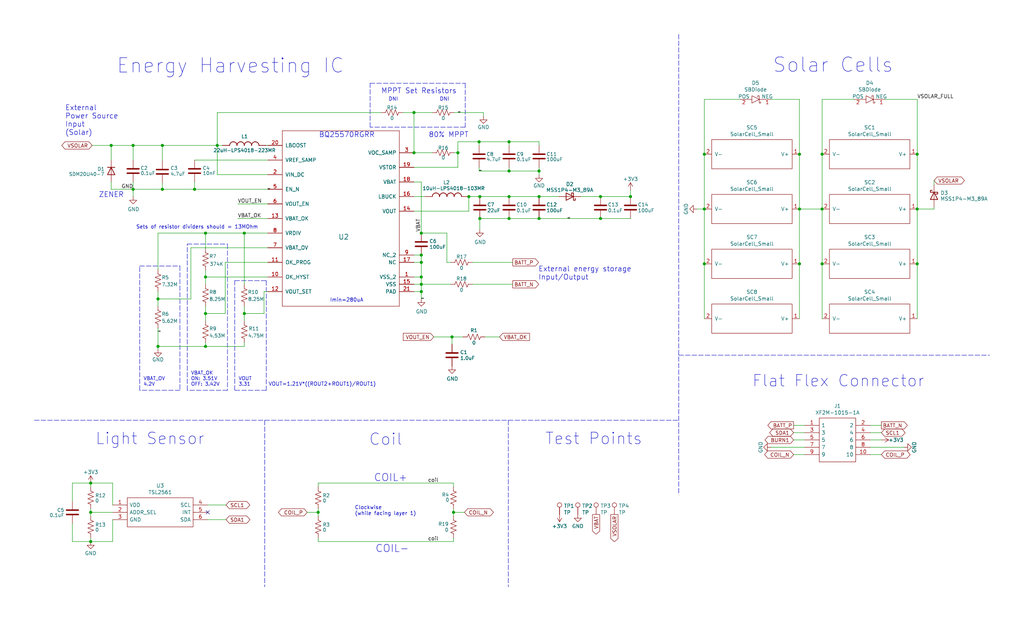
<source format=kicad_sch>
(kicad_sch (version 20211123) (generator eeschema)

  (uuid b5352a33-563a-4ffe-a231-2e68fb54afa3)

  (paper "USLegal")

  (title_block
    (title "Solar Panel Board X")
    (date "2022-02-23")
    (rev "3")
  )

  (lib_symbols
    (symbol "Connector:TestPoint" (pin_numbers hide) (pin_names (offset 0.762) hide) (in_bom yes) (on_board yes)
      (property "Reference" "TP" (id 0) (at 0 6.858 0)
        (effects (font (size 1.27 1.27)))
      )
      (property "Value" "TestPoint" (id 1) (at 0 5.08 0)
        (effects (font (size 1.27 1.27)))
      )
      (property "Footprint" "" (id 2) (at 5.08 0 0)
        (effects (font (size 1.27 1.27)) hide)
      )
      (property "Datasheet" "~" (id 3) (at 5.08 0 0)
        (effects (font (size 1.27 1.27)) hide)
      )
      (property "ki_keywords" "test point tp" (id 4) (at 0 0 0)
        (effects (font (size 1.27 1.27)) hide)
      )
      (property "ki_description" "test point" (id 5) (at 0 0 0)
        (effects (font (size 1.27 1.27)) hide)
      )
      (property "ki_fp_filters" "Pin* Test*" (id 6) (at 0 0 0)
        (effects (font (size 1.27 1.27)) hide)
      )
      (symbol "TestPoint_0_1"
        (circle (center 0 3.302) (radius 0.762)
          (stroke (width 0) (type default) (color 0 0 0 0))
          (fill (type none))
        )
      )
      (symbol "TestPoint_1_1"
        (pin passive line (at 0 0 90) (length 2.54)
          (name "1" (effects (font (size 1.27 1.27))))
          (number "1" (effects (font (size 1.27 1.27))))
        )
      )
    )
    (symbol "Device:C" (pin_numbers hide) (pin_names (offset 0.254)) (in_bom yes) (on_board yes)
      (property "Reference" "C" (id 0) (at 0.635 2.54 0)
        (effects (font (size 1.27 1.27)) (justify left))
      )
      (property "Value" "C" (id 1) (at 0.635 -2.54 0)
        (effects (font (size 1.27 1.27)) (justify left))
      )
      (property "Footprint" "" (id 2) (at 0.9652 -3.81 0)
        (effects (font (size 1.27 1.27)) hide)
      )
      (property "Datasheet" "~" (id 3) (at 0 0 0)
        (effects (font (size 1.27 1.27)) hide)
      )
      (property "ki_keywords" "cap capacitor" (id 4) (at 0 0 0)
        (effects (font (size 1.27 1.27)) hide)
      )
      (property "ki_description" "Unpolarized capacitor" (id 5) (at 0 0 0)
        (effects (font (size 1.27 1.27)) hide)
      )
      (property "ki_fp_filters" "C_*" (id 6) (at 0 0 0)
        (effects (font (size 1.27 1.27)) hide)
      )
      (symbol "C_0_1"
        (polyline
          (pts
            (xy -2.032 -0.762)
            (xy 2.032 -0.762)
          )
          (stroke (width 0.508) (type default) (color 0 0 0 0))
          (fill (type none))
        )
        (polyline
          (pts
            (xy -2.032 0.762)
            (xy 2.032 0.762)
          )
          (stroke (width 0.508) (type default) (color 0 0 0 0))
          (fill (type none))
        )
      )
      (symbol "C_1_1"
        (pin passive line (at 0 3.81 270) (length 2.794)
          (name "~" (effects (font (size 1.27 1.27))))
          (number "1" (effects (font (size 1.27 1.27))))
        )
        (pin passive line (at 0 -3.81 90) (length 2.794)
          (name "~" (effects (font (size 1.27 1.27))))
          (number "2" (effects (font (size 1.27 1.27))))
        )
      )
    )
    (symbol "Device:D" (pin_numbers hide) (pin_names (offset 1.016) hide) (in_bom yes) (on_board yes)
      (property "Reference" "D" (id 0) (at 0 2.54 0)
        (effects (font (size 1.27 1.27)))
      )
      (property "Value" "D" (id 1) (at 0 -2.54 0)
        (effects (font (size 1.27 1.27)))
      )
      (property "Footprint" "" (id 2) (at 0 0 0)
        (effects (font (size 1.27 1.27)) hide)
      )
      (property "Datasheet" "~" (id 3) (at 0 0 0)
        (effects (font (size 1.27 1.27)) hide)
      )
      (property "ki_keywords" "diode" (id 4) (at 0 0 0)
        (effects (font (size 1.27 1.27)) hide)
      )
      (property "ki_description" "Diode" (id 5) (at 0 0 0)
        (effects (font (size 1.27 1.27)) hide)
      )
      (property "ki_fp_filters" "TO-???* *_Diode_* *SingleDiode* D_*" (id 6) (at 0 0 0)
        (effects (font (size 1.27 1.27)) hide)
      )
      (symbol "D_0_1"
        (polyline
          (pts
            (xy -1.27 1.27)
            (xy -1.27 -1.27)
          )
          (stroke (width 0.254) (type default) (color 0 0 0 0))
          (fill (type none))
        )
        (polyline
          (pts
            (xy 1.27 0)
            (xy -1.27 0)
          )
          (stroke (width 0) (type default) (color 0 0 0 0))
          (fill (type none))
        )
        (polyline
          (pts
            (xy 1.27 1.27)
            (xy 1.27 -1.27)
            (xy -1.27 0)
            (xy 1.27 1.27)
          )
          (stroke (width 0.254) (type default) (color 0 0 0 0))
          (fill (type none))
        )
      )
      (symbol "D_1_1"
        (pin passive line (at -3.81 0 0) (length 2.54)
          (name "K" (effects (font (size 1.27 1.27))))
          (number "1" (effects (font (size 1.27 1.27))))
        )
        (pin passive line (at 3.81 0 180) (length 2.54)
          (name "A" (effects (font (size 1.27 1.27))))
          (number "2" (effects (font (size 1.27 1.27))))
        )
      )
    )
    (symbol "Device:D_Schottky" (pin_numbers hide) (pin_names (offset 1.016) hide) (in_bom yes) (on_board yes)
      (property "Reference" "D" (id 0) (at 0 2.54 0)
        (effects (font (size 1.27 1.27)))
      )
      (property "Value" "D_Schottky" (id 1) (at 0 -2.54 0)
        (effects (font (size 1.27 1.27)))
      )
      (property "Footprint" "" (id 2) (at 0 0 0)
        (effects (font (size 1.27 1.27)) hide)
      )
      (property "Datasheet" "~" (id 3) (at 0 0 0)
        (effects (font (size 1.27 1.27)) hide)
      )
      (property "ki_keywords" "diode Schottky" (id 4) (at 0 0 0)
        (effects (font (size 1.27 1.27)) hide)
      )
      (property "ki_description" "Schottky diode" (id 5) (at 0 0 0)
        (effects (font (size 1.27 1.27)) hide)
      )
      (property "ki_fp_filters" "TO-???* *_Diode_* *SingleDiode* D_*" (id 6) (at 0 0 0)
        (effects (font (size 1.27 1.27)) hide)
      )
      (symbol "D_Schottky_0_1"
        (polyline
          (pts
            (xy 1.27 0)
            (xy -1.27 0)
          )
          (stroke (width 0) (type default) (color 0 0 0 0))
          (fill (type none))
        )
        (polyline
          (pts
            (xy 1.27 1.27)
            (xy 1.27 -1.27)
            (xy -1.27 0)
            (xy 1.27 1.27)
          )
          (stroke (width 0.254) (type default) (color 0 0 0 0))
          (fill (type none))
        )
        (polyline
          (pts
            (xy -1.905 0.635)
            (xy -1.905 1.27)
            (xy -1.27 1.27)
            (xy -1.27 -1.27)
            (xy -0.635 -1.27)
            (xy -0.635 -0.635)
          )
          (stroke (width 0.254) (type default) (color 0 0 0 0))
          (fill (type none))
        )
      )
      (symbol "D_Schottky_1_1"
        (pin passive line (at -3.81 0 0) (length 2.54)
          (name "K" (effects (font (size 1.27 1.27))))
          (number "1" (effects (font (size 1.27 1.27))))
        )
        (pin passive line (at 3.81 0 180) (length 2.54)
          (name "A" (effects (font (size 1.27 1.27))))
          (number "2" (effects (font (size 1.27 1.27))))
        )
      )
    )
    (symbol "Device:R_US" (pin_numbers hide) (pin_names (offset 0)) (in_bom yes) (on_board yes)
      (property "Reference" "R" (id 0) (at 2.54 0 90)
        (effects (font (size 1.27 1.27)))
      )
      (property "Value" "R_US" (id 1) (at -2.54 0 90)
        (effects (font (size 1.27 1.27)))
      )
      (property "Footprint" "" (id 2) (at 1.016 -0.254 90)
        (effects (font (size 1.27 1.27)) hide)
      )
      (property "Datasheet" "~" (id 3) (at 0 0 0)
        (effects (font (size 1.27 1.27)) hide)
      )
      (property "ki_keywords" "R res resistor" (id 4) (at 0 0 0)
        (effects (font (size 1.27 1.27)) hide)
      )
      (property "ki_description" "Resistor, US symbol" (id 5) (at 0 0 0)
        (effects (font (size 1.27 1.27)) hide)
      )
      (property "ki_fp_filters" "R_*" (id 6) (at 0 0 0)
        (effects (font (size 1.27 1.27)) hide)
      )
      (symbol "R_US_0_1"
        (polyline
          (pts
            (xy 0 -2.286)
            (xy 0 -2.54)
          )
          (stroke (width 0) (type default) (color 0 0 0 0))
          (fill (type none))
        )
        (polyline
          (pts
            (xy 0 2.286)
            (xy 0 2.54)
          )
          (stroke (width 0) (type default) (color 0 0 0 0))
          (fill (type none))
        )
        (polyline
          (pts
            (xy 0 -0.762)
            (xy 1.016 -1.143)
            (xy 0 -1.524)
            (xy -1.016 -1.905)
            (xy 0 -2.286)
          )
          (stroke (width 0) (type default) (color 0 0 0 0))
          (fill (type none))
        )
        (polyline
          (pts
            (xy 0 0.762)
            (xy 1.016 0.381)
            (xy 0 0)
            (xy -1.016 -0.381)
            (xy 0 -0.762)
          )
          (stroke (width 0) (type default) (color 0 0 0 0))
          (fill (type none))
        )
        (polyline
          (pts
            (xy 0 2.286)
            (xy 1.016 1.905)
            (xy 0 1.524)
            (xy -1.016 1.143)
            (xy 0 0.762)
          )
          (stroke (width 0) (type default) (color 0 0 0 0))
          (fill (type none))
        )
      )
      (symbol "R_US_1_1"
        (pin passive line (at 0 3.81 270) (length 1.27)
          (name "~" (effects (font (size 1.27 1.27))))
          (number "1" (effects (font (size 1.27 1.27))))
        )
        (pin passive line (at 0 -3.81 90) (length 1.27)
          (name "~" (effects (font (size 1.27 1.27))))
          (number "2" (effects (font (size 1.27 1.27))))
        )
      )
    )
    (symbol "SolarCellParts:SBDiode" (pin_names (offset 0)) (in_bom yes) (on_board yes)
      (property "Reference" "D" (id 0) (at -1.524 3.048 0)
        (effects (font (size 1.27 1.27)))
      )
      (property "Value" "SBDiode" (id 1) (at -1.524 5.588 0)
        (effects (font (size 1.27 1.27)))
      )
      (property "Footprint" "SolarCellParts:SB Diode" (id 2) (at -3.048 8.382 0)
        (effects (font (size 1.27 1.27)) hide)
      )
      (property "Datasheet" "" (id 3) (at -1.524 3.048 0)
        (effects (font (size 1.27 1.27)) hide)
      )
      (symbol "SBDiode_0_1"
        (polyline
          (pts
            (xy -4.064 0)
            (xy -2.54 0)
          )
          (stroke (width 0) (type default) (color 0 0 0 0))
          (fill (type none))
        )
        (polyline
          (pts
            (xy 0 0)
            (xy 1.524 0)
          )
          (stroke (width 0) (type default) (color 0 0 0 0))
          (fill (type none))
        )
        (polyline
          (pts
            (xy -2.54 1.27)
            (xy -2.54 -1.27)
            (xy 0 0)
            (xy -2.54 1.27)
          )
          (stroke (width 0) (type default) (color 0 0 0 0))
          (fill (type none))
        )
        (polyline
          (pts
            (xy 0 0)
            (xy 0 -1.27)
            (xy -0.508 -1.27)
            (xy -0.508 -0.762)
          )
          (stroke (width 0) (type default) (color 0 0 0 0))
          (fill (type none))
        )
        (polyline
          (pts
            (xy 0 0)
            (xy 0 1.27)
            (xy 0.508 1.27)
            (xy 0.508 0.762)
          )
          (stroke (width 0) (type default) (color 0 0 0 0))
          (fill (type none))
        )
      )
      (symbol "SBDiode_1_1"
        (pin bidirectional line (at 4.064 0 180) (length 2.54)
          (name "NEG" (effects (font (size 1.27 1.27))))
          (number "1" (effects (font (size 1.27 1.27))))
        )
        (pin bidirectional line (at -6.604 0 0) (length 2.54)
          (name "POS" (effects (font (size 1.27 1.27))))
          (number "2" (effects (font (size 1.27 1.27))))
        )
      )
    )
    (symbol "SolarCellParts:SolarCell_Small" (pin_names (offset 1.016)) (in_bom yes) (on_board yes)
      (property "Reference" "SC" (id 0) (at 0 -1.27 0)
        (effects (font (size 1.27 1.27)))
      )
      (property "Value" "SolarCell_Small" (id 1) (at 0 1.27 0)
        (effects (font (size 1.27 1.27)))
      )
      (property "Footprint" "SolarCellParts:KXOB25-05X3F" (id 2) (at 0 6.35 0)
        (effects (font (size 1.27 1.27)) hide)
      )
      (property "Datasheet" "" (id 3) (at 5.08 0 90)
        (effects (font (size 1.27 1.27)) hide)
      )
      (symbol "SolarCell_Small_0_1"
        (rectangle (start -13.97 -5.08) (end 13.97 5.08)
          (stroke (width 0) (type default) (color 0 0 0 0))
          (fill (type none))
        )
      )
      (symbol "SolarCell_Small_1_1"
        (pin bidirectional line (at -16.51 0 0) (length 2.54)
          (name "V+" (effects (font (size 1.27 1.27))))
          (number "1" (effects (font (size 1.27 1.27))))
        )
        (pin bidirectional line (at 16.51 0 180) (length 2.54)
          (name "V-" (effects (font (size 1.27 1.27))))
          (number "2" (effects (font (size 1.27 1.27))))
        )
      )
    )
    (symbol "misc-circuits-cache:misc-circuits-rescue_BQ25570RGRR-misc-circuits-cache" (pin_names (offset 1.016)) (in_bom yes) (on_board yes)
      (property "Reference" "U" (id 0) (at -4.7244 1.4986 0)
        (effects (font (size 1.7526 1.7526)) (justify left bottom))
      )
      (property "Value" "misc-circuits-rescue_BQ25570RGRR-misc-circuits-cache" (id 1) (at -5.3594 -1.0414 0)
        (effects (font (size 1.7526 1.7526)) (justify left bottom))
      )
      (property "Footprint" "" (id 2) (at 0 0 0)
        (effects (font (size 1.27 1.27)) hide)
      )
      (property "Datasheet" "" (id 3) (at 0 0 0)
        (effects (font (size 1.27 1.27)) hide)
      )
      (property "ki_locked" "" (id 4) (at 0 0 0)
        (effects (font (size 1.27 1.27)))
      )
      (symbol "misc-circuits-rescue_BQ25570RGRR-misc-circuits-cache_1_0"
        (polyline
          (pts
            (xy -20.32 -30.48)
            (xy 20.32 -30.48)
          )
          (stroke (width 0) (type default) (color 0 0 0 0))
          (fill (type none))
        )
        (polyline
          (pts
            (xy -20.32 30.48)
            (xy -20.32 -30.48)
          )
          (stroke (width 0) (type default) (color 0 0 0 0))
          (fill (type none))
        )
        (polyline
          (pts
            (xy 20.32 -30.48)
            (xy 20.32 30.48)
          )
          (stroke (width 0) (type default) (color 0 0 0 0))
          (fill (type none))
        )
        (polyline
          (pts
            (xy 20.32 30.48)
            (xy -20.32 30.48)
          )
          (stroke (width 0) (type default) (color 0 0 0 0))
          (fill (type none))
        )
        (pin power_in line (at 25.4 -20.32 180) (length 5.08)
          (name "VSS_2" (effects (font (size 1.27 1.27))))
          (number "1" (effects (font (size 1.27 1.27))))
        )
        (pin input line (at -25.4 -20.32 0) (length 5.08)
          (name "OK_HYST" (effects (font (size 1.27 1.27))))
          (number "10" (effects (font (size 1.27 1.27))))
        )
        (pin input line (at -25.4 -15.24 0) (length 5.08)
          (name "OK_PROG" (effects (font (size 1.27 1.27))))
          (number "11" (effects (font (size 1.27 1.27))))
        )
        (pin input line (at -25.4 -25.4 0) (length 5.08)
          (name "VOUT_SET" (effects (font (size 1.27 1.27))))
          (number "12" (effects (font (size 1.27 1.27))))
        )
        (pin output line (at -25.4 0 0) (length 5.08)
          (name "VBAT_OK" (effects (font (size 1.27 1.27))))
          (number "13" (effects (font (size 1.27 1.27))))
        )
        (pin power_in line (at 25.4 2.54 180) (length 5.08)
          (name "VOUT" (effects (font (size 1.27 1.27))))
          (number "14" (effects (font (size 1.27 1.27))))
        )
        (pin power_in line (at 25.4 -22.86 180) (length 5.08)
          (name "VSS" (effects (font (size 1.27 1.27))))
          (number "15" (effects (font (size 1.27 1.27))))
        )
        (pin passive line (at 25.4 7.62 180) (length 5.08)
          (name "LBUCK" (effects (font (size 1.27 1.27))))
          (number "16" (effects (font (size 1.27 1.27))))
        )
        (pin passive line (at 25.4 -15.24 180) (length 5.08)
          (name "NC" (effects (font (size 1.27 1.27))))
          (number "17" (effects (font (size 1.27 1.27))))
        )
        (pin bidirectional line (at 25.4 12.7 180) (length 5.08)
          (name "VBAT" (effects (font (size 1.27 1.27))))
          (number "18" (effects (font (size 1.27 1.27))))
        )
        (pin power_in line (at 25.4 17.78 180) (length 5.08)
          (name "VSTOR" (effects (font (size 1.27 1.27))))
          (number "19" (effects (font (size 1.27 1.27))))
        )
        (pin power_in line (at -25.4 15.24 0) (length 5.08)
          (name "VIN_DC" (effects (font (size 1.27 1.27))))
          (number "2" (effects (font (size 1.27 1.27))))
        )
        (pin input line (at -25.4 25.4 0) (length 5.08)
          (name "LBOOST" (effects (font (size 1.27 1.27))))
          (number "20" (effects (font (size 1.27 1.27))))
        )
        (pin power_in line (at 25.4 -25.4 180) (length 5.08)
          (name "PAD" (effects (font (size 1.27 1.27))))
          (number "21" (effects (font (size 1.27 1.27))))
        )
        (pin input line (at 25.4 22.86 180) (length 5.08)
          (name "VOC_SAMP" (effects (font (size 1.27 1.27))))
          (number "3" (effects (font (size 1.27 1.27))))
        )
        (pin input line (at -25.4 20.32 0) (length 5.08)
          (name "VREF_SAMP" (effects (font (size 1.27 1.27))))
          (number "4" (effects (font (size 1.27 1.27))))
        )
        (pin input line (at -25.4 10.16 0) (length 5.08)
          (name "EN_N" (effects (font (size 1.27 1.27))))
          (number "5" (effects (font (size 1.27 1.27))))
        )
        (pin input line (at -25.4 5.08 0) (length 5.08)
          (name "VOUT_EN" (effects (font (size 1.27 1.27))))
          (number "6" (effects (font (size 1.27 1.27))))
        )
        (pin input line (at -25.4 -10.16 0) (length 5.08)
          (name "VBAT_OV" (effects (font (size 1.27 1.27))))
          (number "7" (effects (font (size 1.27 1.27))))
        )
        (pin output line (at -25.4 -5.08 0) (length 5.08)
          (name "VRDIV" (effects (font (size 1.27 1.27))))
          (number "8" (effects (font (size 1.27 1.27))))
        )
        (pin power_in line (at 25.4 -12.7 180) (length 5.08)
          (name "NC_2" (effects (font (size 1.27 1.27))))
          (number "9" (effects (font (size 1.27 1.27))))
        )
      )
    )
    (symbol "misc-circuits-cache:misc-circuits-rescue_COILCRAFT-LPS4018-misc-circuits-cache" (pin_names (offset 1.016)) (in_bom yes) (on_board yes)
      (property "Reference" "L" (id 0) (at -1.27 -5.08 90)
        (effects (font (size 1.4986 1.4986)) (justify left bottom))
      )
      (property "Value" "misc-circuits-rescue_COILCRAFT-LPS4018-misc-circuits-cache" (id 1) (at 3.81 -5.08 90)
        (effects (font (size 1.4986 1.4986)) (justify left bottom))
      )
      (property "Footprint" "" (id 2) (at 0 0 0)
        (effects (font (size 1.27 1.27)) hide)
      )
      (property "Datasheet" "" (id 3) (at 0 0 0)
        (effects (font (size 1.27 1.27)) hide)
      )
      (property "ki_locked" "" (id 4) (at 0 0 0)
        (effects (font (size 1.27 1.27)))
      )
      (symbol "misc-circuits-rescue_COILCRAFT-LPS4018-misc-circuits-cache_1_0"
        (arc (start 0 -5.08) (mid 0.898 -4.708) (end 1.27 -3.81)
          (stroke (width 0.254) (type default) (color 0 0 0 0))
          (fill (type none))
        )
        (arc (start 0 -2.54) (mid 0.898 -2.168) (end 1.27 -1.27)
          (stroke (width 0.254) (type default) (color 0 0 0 0))
          (fill (type none))
        )
        (arc (start 0 0) (mid 0.898 0.372) (end 1.27 1.27)
          (stroke (width 0.254) (type default) (color 0 0 0 0))
          (fill (type none))
        )
        (arc (start 0 2.54) (mid 0.898 2.912) (end 1.27 3.81)
          (stroke (width 0.254) (type default) (color 0 0 0 0))
          (fill (type none))
        )
        (arc (start 1.27 -3.81) (mid 0.898 -2.912) (end 0 -2.54)
          (stroke (width 0.254) (type default) (color 0 0 0 0))
          (fill (type none))
        )
        (arc (start 1.27 -1.27) (mid 0.898 -0.372) (end 0 0)
          (stroke (width 0.254) (type default) (color 0 0 0 0))
          (fill (type none))
        )
        (arc (start 1.27 1.27) (mid 0.898 2.168) (end 0 2.54)
          (stroke (width 0.254) (type default) (color 0 0 0 0))
          (fill (type none))
        )
        (arc (start 1.27 3.81) (mid 0.898 4.708) (end 0 5.08)
          (stroke (width 0.254) (type default) (color 0 0 0 0))
          (fill (type none))
        )
        (pin passive line (at 0 7.62 270) (length 2.54)
          (name "1" (effects (font (size 0 0))))
          (number "1" (effects (font (size 0 0))))
        )
        (pin passive line (at 0 -7.62 90) (length 2.54)
          (name "2" (effects (font (size 0 0))))
          (number "2" (effects (font (size 0 0))))
        )
      )
    )
    (symbol "misc-circuits-cache:symbols_TSL2561" (pin_names (offset 0.762)) (in_bom yes) (on_board yes)
      (property "Reference" "IC" (id 0) (at 29.21 7.62 0)
        (effects (font (size 1.27 1.27)) (justify left))
      )
      (property "Value" "symbols_TSL2561" (id 1) (at 29.21 5.08 0)
        (effects (font (size 1.27 1.27)) (justify left))
      )
      (property "Footprint" "TSL2561" (id 2) (at 29.21 2.54 0)
        (effects (font (size 1.27 1.27)) (justify left) hide)
      )
      (property "Datasheet" "https://ams.com/documents/20143/36005/TSL2561_DS000110_3-00.pdf/18a41097-2035-4333-c70e-bfa544c0a98b" (id 3) (at 29.21 0 0)
        (effects (font (size 1.27 1.27)) (justify left) hide)
      )
      (property "Description" "Light-to-Digital Converter" (id 4) (at 29.21 -2.54 0)
        (effects (font (size 1.27 1.27)) (justify left) hide)
      )
      (property "Height" "1.55" (id 5) (at 29.21 -5.08 0)
        (effects (font (size 1.27 1.27)) (justify left) hide)
      )
      (property "Manufacturer_Name" "ams" (id 6) (at 29.21 -7.62 0)
        (effects (font (size 1.27 1.27)) (justify left) hide)
      )
      (property "Manufacturer_Part_Number" "TSL2561" (id 7) (at 29.21 -10.16 0)
        (effects (font (size 1.27 1.27)) (justify left) hide)
      )
      (property "Mouser Part Number" "N/A" (id 8) (at 29.21 -12.7 0)
        (effects (font (size 1.27 1.27)) (justify left) hide)
      )
      (property "Mouser Price/Stock" "https://www.mouser.com/Search/Refine.aspx?Keyword=N%2FA" (id 9) (at 29.21 -15.24 0)
        (effects (font (size 1.27 1.27)) (justify left) hide)
      )
      (symbol "symbols_TSL2561_0_0"
        (pin unspecified line (at 0 0 0) (length 5.08)
          (name "VDD" (effects (font (size 1.27 1.27))))
          (number "1" (effects (font (size 1.27 1.27))))
        )
        (pin unspecified line (at 0 -2.54 0) (length 5.08)
          (name "ADDR_SEL" (effects (font (size 1.27 1.27))))
          (number "2" (effects (font (size 1.27 1.27))))
        )
        (pin unspecified line (at 0 -5.08 0) (length 5.08)
          (name "GND" (effects (font (size 1.27 1.27))))
          (number "3" (effects (font (size 1.27 1.27))))
        )
        (pin unspecified line (at 33.02 0 180) (length 5.08)
          (name "SCL" (effects (font (size 1.27 1.27))))
          (number "4" (effects (font (size 1.27 1.27))))
        )
        (pin unspecified line (at 33.02 -2.54 180) (length 5.08)
          (name "INT" (effects (font (size 1.27 1.27))))
          (number "5" (effects (font (size 1.27 1.27))))
        )
        (pin unspecified line (at 33.02 -5.08 180) (length 5.08)
          (name "SDA" (effects (font (size 1.27 1.27))))
          (number "6" (effects (font (size 1.27 1.27))))
        )
      )
      (symbol "symbols_TSL2561_0_1"
        (polyline
          (pts
            (xy 5.08 2.54)
            (xy 27.94 2.54)
            (xy 27.94 -7.62)
            (xy 5.08 -7.62)
            (xy 5.08 2.54)
          )
          (stroke (width 0.1524) (type default) (color 0 0 0 0))
          (fill (type none))
        )
      )
    )
    (symbol "misc-circuits-cache:symbols_XF2M-1015-1A" (pin_names (offset 0.762)) (in_bom yes) (on_board yes)
      (property "Reference" "J" (id 0) (at 19.05 7.62 0)
        (effects (font (size 1.27 1.27)) (justify left))
      )
      (property "Value" "symbols_XF2M-1015-1A" (id 1) (at 19.05 5.08 0)
        (effects (font (size 1.27 1.27)) (justify left))
      )
      (property "Footprint" "XF2M-1015-1A" (id 2) (at 19.05 2.54 0)
        (effects (font (size 1.27 1.27)) (justify left) hide)
      )
      (property "Datasheet" "https://componentsearchengine.com/Datasheets/3/XF2M-1015-1A.pdf" (id 3) (at 19.05 0 0)
        (effects (font (size 1.27 1.27)) (justify left) hide)
      )
      (property "Description" "0.5mm Rotary backlock 10 way Omron XF2M Series 0.5mm Pitch 10 Way Right Angle SMT Female FPC Connector Locking Mechanism, Top and Bottom Contact" (id 4) (at 19.05 -2.54 0)
        (effects (font (size 1.27 1.27)) (justify left) hide)
      )
      (property "Manufacturer_Name" "Omron Electronics" (id 5) (at 19.05 -7.62 0)
        (effects (font (size 1.27 1.27)) (justify left) hide)
      )
      (property "Manufacturer_Part_Number" "XF2M-1015-1A" (id 6) (at 19.05 -10.16 0)
        (effects (font (size 1.27 1.27)) (justify left) hide)
      )
      (property "Mouser Part Number" "653-XF2M-1015-1A" (id 7) (at 19.05 -12.7 0)
        (effects (font (size 1.27 1.27)) (justify left) hide)
      )
      (property "Mouser Price/Stock" "https://www.mouser.com/Search/Refine.aspx?Keyword=653-XF2M-1015-1A" (id 8) (at 19.05 -15.24 0)
        (effects (font (size 1.27 1.27)) (justify left) hide)
      )
      (property "RS Part Number" "7315772P" (id 9) (at 19.05 -17.78 0)
        (effects (font (size 1.27 1.27)) (justify left) hide)
      )
      (property "RS Price/Stock" "http://uk.rs-online.com/web/p/products/7315772P" (id 10) (at 19.05 -20.32 0)
        (effects (font (size 1.27 1.27)) (justify left) hide)
      )
      (property "Allied_Number" "70667825" (id 11) (at 19.05 -22.86 0)
        (effects (font (size 1.27 1.27)) (justify left) hide)
      )
      (property "Allied Price/Stock" "https://www.alliedelec.com/omron-electronic-components-xf2m-1015-1a/70667825/" (id 12) (at 19.05 -25.4 0)
        (effects (font (size 1.27 1.27)) (justify left) hide)
      )
      (symbol "symbols_XF2M-1015-1A_0_0"
        (pin bidirectional line (at 0 0 0) (length 5.08)
          (name "1" (effects (font (size 1.27 1.27))))
          (number "1" (effects (font (size 1.27 1.27))))
        )
        (pin bidirectional line (at 22.86 -10.16 180) (length 5.08)
          (name "10" (effects (font (size 1.27 1.27))))
          (number "10" (effects (font (size 1.27 1.27))))
        )
        (pin bidirectional line (at 22.86 0 180) (length 5.08)
          (name "2" (effects (font (size 1.27 1.27))))
          (number "2" (effects (font (size 1.27 1.27))))
        )
        (pin bidirectional line (at 0 -2.54 0) (length 5.08)
          (name "3" (effects (font (size 1.27 1.27))))
          (number "3" (effects (font (size 1.27 1.27))))
        )
        (pin bidirectional line (at 22.86 -2.54 180) (length 5.08)
          (name "4" (effects (font (size 1.27 1.27))))
          (number "4" (effects (font (size 1.27 1.27))))
        )
        (pin bidirectional line (at 0 -5.08 0) (length 5.08)
          (name "5" (effects (font (size 1.27 1.27))))
          (number "5" (effects (font (size 1.27 1.27))))
        )
        (pin bidirectional line (at 22.86 -5.08 180) (length 5.08)
          (name "6" (effects (font (size 1.27 1.27))))
          (number "6" (effects (font (size 1.27 1.27))))
        )
        (pin bidirectional line (at 0 -7.62 0) (length 5.08)
          (name "7" (effects (font (size 1.27 1.27))))
          (number "7" (effects (font (size 1.27 1.27))))
        )
        (pin bidirectional line (at 22.86 -7.62 180) (length 5.08)
          (name "8" (effects (font (size 1.27 1.27))))
          (number "8" (effects (font (size 1.27 1.27))))
        )
        (pin bidirectional line (at 0 -10.16 0) (length 5.08)
          (name "9" (effects (font (size 1.27 1.27))))
          (number "9" (effects (font (size 1.27 1.27))))
        )
      )
      (symbol "symbols_XF2M-1015-1A_0_1"
        (polyline
          (pts
            (xy 5.08 2.54)
            (xy 17.78 2.54)
            (xy 17.78 -12.7)
            (xy 5.08 -12.7)
            (xy 5.08 2.54)
          )
          (stroke (width 0.1524) (type default) (color 0 0 0 0))
          (fill (type none))
        )
      )
    )
    (symbol "power:+3V3" (power) (pin_names (offset 0)) (in_bom yes) (on_board yes)
      (property "Reference" "#PWR" (id 0) (at 0 -3.81 0)
        (effects (font (size 1.27 1.27)) hide)
      )
      (property "Value" "+3V3" (id 1) (at 0 3.556 0)
        (effects (font (size 1.27 1.27)))
      )
      (property "Footprint" "" (id 2) (at 0 0 0)
        (effects (font (size 1.27 1.27)) hide)
      )
      (property "Datasheet" "" (id 3) (at 0 0 0)
        (effects (font (size 1.27 1.27)) hide)
      )
      (property "ki_keywords" "power-flag" (id 4) (at 0 0 0)
        (effects (font (size 1.27 1.27)) hide)
      )
      (property "ki_description" "Power symbol creates a global label with name \"+3V3\"" (id 5) (at 0 0 0)
        (effects (font (size 1.27 1.27)) hide)
      )
      (symbol "+3V3_0_1"
        (polyline
          (pts
            (xy -0.762 1.27)
            (xy 0 2.54)
          )
          (stroke (width 0) (type default) (color 0 0 0 0))
          (fill (type none))
        )
        (polyline
          (pts
            (xy 0 0)
            (xy 0 2.54)
          )
          (stroke (width 0) (type default) (color 0 0 0 0))
          (fill (type none))
        )
        (polyline
          (pts
            (xy 0 2.54)
            (xy 0.762 1.27)
          )
          (stroke (width 0) (type default) (color 0 0 0 0))
          (fill (type none))
        )
      )
      (symbol "+3V3_1_1"
        (pin power_in line (at 0 0 90) (length 0) hide
          (name "+3V3" (effects (font (size 1.27 1.27))))
          (number "1" (effects (font (size 1.27 1.27))))
        )
      )
    )
    (symbol "power:GND" (power) (pin_names (offset 0)) (in_bom yes) (on_board yes)
      (property "Reference" "#PWR" (id 0) (at 0 -6.35 0)
        (effects (font (size 1.27 1.27)) hide)
      )
      (property "Value" "GND" (id 1) (at 0 -3.81 0)
        (effects (font (size 1.27 1.27)))
      )
      (property "Footprint" "" (id 2) (at 0 0 0)
        (effects (font (size 1.27 1.27)) hide)
      )
      (property "Datasheet" "" (id 3) (at 0 0 0)
        (effects (font (size 1.27 1.27)) hide)
      )
      (property "ki_keywords" "power-flag" (id 4) (at 0 0 0)
        (effects (font (size 1.27 1.27)) hide)
      )
      (property "ki_description" "Power symbol creates a global label with name \"GND\" , ground" (id 5) (at 0 0 0)
        (effects (font (size 1.27 1.27)) hide)
      )
      (symbol "GND_0_1"
        (polyline
          (pts
            (xy 0 0)
            (xy 0 -1.27)
            (xy 1.27 -1.27)
            (xy 0 -2.54)
            (xy -1.27 -1.27)
            (xy 0 -1.27)
          )
          (stroke (width 0) (type default) (color 0 0 0 0))
          (fill (type none))
        )
      )
      (symbol "GND_1_1"
        (pin power_in line (at 0 0 270) (length 0) hide
          (name "GND" (effects (font (size 1.27 1.27))))
          (number "1" (effects (font (size 1.27 1.27))))
        )
      )
    )
  )

  (junction (at 38.608 50.546) (diameter 0) (color 0 0 0 0)
    (uuid 0351df45-d042-41d4-ba35-88092c7be2fc)
  )
  (junction (at 166.37 49.276) (diameter 0) (color 0 0 0 0)
    (uuid 0755aee5-bc01-4cb5-b830-583289df50a3)
  )
  (junction (at 31.496 188.214) (diameter 0) (color 0 0 0 0)
    (uuid 0a1a4d88-972a-46ce-b25e-6cb796bd41f7)
  )
  (junction (at 54.864 103.886) (diameter 0) (color 0 0 0 0)
    (uuid 0c3dceba-7c95-4b3d-b590-0eb581444beb)
  )
  (junction (at 208.534 75.946) (diameter 0) (color 0 0 0 0)
    (uuid 13d77829-96fd-45da-b832-4fd57777f79d)
  )
  (junction (at 143.764 53.086) (diameter 0) (color 0 0 0 0)
    (uuid 16bd6381-8ac0-4bf2-9dce-ecc20c724b8d)
  )
  (junction (at 244.602 91.694) (diameter 0) (color 0 0 0 0)
    (uuid 1e48966e-d29d-4521-8939-ec8ac570431d)
  )
  (junction (at 46.228 65.786) (diameter 0) (color 0 0 0 0)
    (uuid 25d545dc-8f50-4573-922c-35ef5a2a3a19)
  )
  (junction (at 176.784 75.946) (diameter 0) (color 0 0 0 0)
    (uuid 2e1bb8ba-cca2-4b06-aae8-021aa8a75d8c)
  )
  (junction (at 162.814 68.326) (diameter 0) (color 0 0 0 0)
    (uuid 378af8b4-af3d-46e7-89ae-deff12ca9067)
  )
  (junction (at 146.304 88.646) (diameter 0) (color 0 0 0 0)
    (uuid 3df42559-8fee-4c63-86f6-cae1321bd50a)
  )
  (junction (at 110.49 178.054) (diameter 0) (color 0 0 0 0)
    (uuid 410616be-952b-4a74-b2d1-5cad275bd988)
  )
  (junction (at 187.198 59.436) (diameter 0) (color 0 0 0 0)
    (uuid 45008225-f50f-4d6b-b508-6730a9408caf)
  )
  (junction (at 187.198 68.326) (diameter 0) (color 0 0 0 0)
    (uuid 464af7b7-1672-4ccf-ad30-f82339291a04)
  )
  (junction (at 31.496 167.894) (diameter 0) (color 0 0 0 0)
    (uuid 4c843bdb-6c9e-40dd-85e2-0567846e18ba)
  )
  (junction (at 176.784 49.276) (diameter 0) (color 0 0 0 0)
    (uuid 4fb21471-41be-4be8-9687-66030f97befc)
  )
  (junction (at 71.374 108.966) (diameter 0) (color 0 0 0 0)
    (uuid 5114c7bf-b955-49f3-a0a8-4b954c81bde0)
  )
  (junction (at 157.48 178.054) (diameter 0) (color 0 0 0 0)
    (uuid 528c8586-3215-49cf-98bd-408700f1698b)
  )
  (junction (at 75.438 50.546) (diameter 0) (color 0 0 0 0)
    (uuid 5dabf3ae-2a69-42c0-afd2-75d655dd41d9)
  )
  (junction (at 187.198 75.946) (diameter 0) (color 0 0 0 0)
    (uuid 60906a6a-bb04-41a4-aa4e-cb05ddeba8e3)
  )
  (junction (at 285.496 72.644) (diameter 0) (color 0 0 0 0)
    (uuid 6325c32f-c82a-4357-b022-f9c7e76f412e)
  )
  (junction (at 84.836 81.026) (diameter 0) (color 0 0 0 0)
    (uuid 67bee25e-cac4-42d9-9ff9-253ce55e4651)
  )
  (junction (at 318.516 91.694) (diameter 0) (color 0 0 0 0)
    (uuid 691af561-538d-4e8f-a916-26cad45eb7d6)
  )
  (junction (at 54.864 120.396) (diameter 0) (color 0 0 0 0)
    (uuid 71313424-6bff-411a-af59-1cf0a16fe298)
  )
  (junction (at 84.836 108.966) (diameter 0) (color 0 0 0 0)
    (uuid 770ad51a-7219-4633-b24a-bd20feb0a6c5)
  )
  (junction (at 71.374 96.266) (diameter 0) (color 0 0 0 0)
    (uuid 789ca812-3e0c-4a3f-97bc-a916dd9bce80)
  )
  (junction (at 176.784 59.436) (diameter 0) (color 0 0 0 0)
    (uuid 8c6a821f-8e19-48f3-8f44-9b340f7689bc)
  )
  (junction (at 56.388 50.546) (diameter 0) (color 0 0 0 0)
    (uuid 8d9a3ecc-539f-41da-8099-d37cea9c28e7)
  )
  (junction (at 244.602 53.594) (diameter 0) (color 0 0 0 0)
    (uuid 90e761f6-1432-4f73-ad28-fa8869b7ec31)
  )
  (junction (at 285.496 53.594) (diameter 0) (color 0 0 0 0)
    (uuid 9390234f-bf3f-46cd-b6a0-8a438ec76e9f)
  )
  (junction (at 146.304 81.026) (diameter 0) (color 0 0 0 0)
    (uuid 955b9649-4313-4523-a28a-680c074f984c)
  )
  (junction (at 146.304 96.266) (diameter 0) (color 0 0 0 0)
    (uuid 9b0a1687-7e1b-4a04-a30b-c27a072a2949)
  )
  (junction (at 146.304 101.346) (diameter 0) (color 0 0 0 0)
    (uuid 9e1b837f-0d34-4a18-9644-9ee68f141f46)
  )
  (junction (at 71.374 120.396) (diameter 0) (color 0 0 0 0)
    (uuid 9e4c3a51-7a24-462f-8977-2f755daadded)
  )
  (junction (at 208.534 68.326) (diameter 0) (color 0 0 0 0)
    (uuid a0229907-1016-4dd3-82b2-c10802f9648a)
  )
  (junction (at 143.764 39.116) (diameter 0) (color 0 0 0 0)
    (uuid a5cd8da1-8f7f-4f80-bb23-0317de562222)
  )
  (junction (at 244.602 72.644) (diameter 0) (color 0 0 0 0)
    (uuid a6738794-75ae-48a6-8949-ed8717400d71)
  )
  (junction (at 277.622 72.644) (diameter 0) (color 0 0 0 0)
    (uuid a7f25f41-0b4c-4430-b6cd-b2160b2db099)
  )
  (junction (at 285.496 91.694) (diameter 0) (color 0 0 0 0)
    (uuid a90361cd-254c-4d27-ae1f-9a6c85bafe28)
  )
  (junction (at 156.972 117.094) (diameter 0) (color 0 0 0 0)
    (uuid b3783ecf-9ca0-4cdb-864e-a6bbb95e0bd8)
  )
  (junction (at 318.516 72.644) (diameter 0) (color 0 0 0 0)
    (uuid b7bf6e08-7978-4190-aff5-c90d967f0f9c)
  )
  (junction (at 159.004 53.086) (diameter 0) (color 0 0 0 0)
    (uuid bab67267-f5fe-41ae-ac89-731deed60a7d)
  )
  (junction (at 31.496 178.054) (diameter 0) (color 0 0 0 0)
    (uuid badd7e18-23cf-4437-afbe-ddc61e5371e4)
  )
  (junction (at 218.948 68.326) (diameter 0) (color 0 0 0 0)
    (uuid bf794738-b248-4941-a791-ce9f7546a39a)
  )
  (junction (at 146.304 98.806) (diameter 0) (color 0 0 0 0)
    (uuid c01d25cd-f4bb-4ef3-b5ea-533a2a4ddb2b)
  )
  (junction (at 166.624 75.946) (diameter 0) (color 0 0 0 0)
    (uuid c30146c7-1026-42ff-907e-4021898cc0a9)
  )
  (junction (at 67.564 65.786) (diameter 0) (color 0 0 0 0)
    (uuid c43663ee-9a0d-4f27-a292-89ba89964065)
  )
  (junction (at 56.388 65.786) (diameter 0) (color 0 0 0 0)
    (uuid c830e3bc-dc64-4f65-8f47-3b106bae2807)
  )
  (junction (at 277.622 91.694) (diameter 0) (color 0 0 0 0)
    (uuid c8a7af6e-c432-4fa3-91ee-c8bf0c5a9ebe)
  )
  (junction (at 318.516 53.594) (diameter 0) (color 0 0 0 0)
    (uuid ccc4cc25-ac17-45ef-825c-e079951ffb21)
  )
  (junction (at 277.622 53.594) (diameter 0) (color 0 0 0 0)
    (uuid d01102e9-b170-4eb1-a0a4-9a31feb850b7)
  )
  (junction (at 176.784 68.326) (diameter 0) (color 0 0 0 0)
    (uuid dc4b2d6a-29c3-4d9f-a93a-39bcb3a58efb)
  )
  (junction (at 71.374 81.026) (diameter 0) (color 0 0 0 0)
    (uuid e43dbe34-ed17-4e35-a5c7-2f1679b3c415)
  )
  (junction (at 46.228 50.546) (diameter 0) (color 0 0 0 0)
    (uuid e472dac4-5b65-4920-b8b2-6065d140a69d)
  )
  (junction (at 146.304 91.186) (diameter 0) (color 0 0 0 0)
    (uuid ee27d19c-8dca-4ac8-a760-6dfd54d28071)
  )
  (junction (at 166.624 68.326) (diameter 0) (color 0 0 0 0)
    (uuid f647376f-5658-47f1-8af7-63ff13c84263)
  )

  (no_connect (at 72.136 178.054) (uuid d3d57924-54a6-421d-a3a0-a044fc909e88))

  (wire (pts (xy 143.764 101.346) (xy 146.304 101.346))
    (stroke (width 0) (type default) (color 0 0 0 0))
    (uuid 003c2200-0632-4808-a662-8ddd5d30c768)
  )
  (wire (pts (xy 208.534 75.946) (xy 218.948 75.946))
    (stroke (width 0) (type default) (color 0 0 0 0))
    (uuid 02255e1c-c6bd-4eb9-ab96-e5635f3309ca)
  )
  (wire (pts (xy 318.516 72.644) (xy 324.358 72.644))
    (stroke (width 0) (type default) (color 0 0 0 0))
    (uuid 04152b4c-3958-4af6-834e-32f01d31a63f)
  )
  (wire (pts (xy 38.608 63.246) (xy 38.608 65.786))
    (stroke (width 0) (type default) (color 0 0 0 0))
    (uuid 04c41bfe-d16b-4581-b5f6-7a4e0263b180)
  )
  (wire (pts (xy 275.59 150.368) (xy 279.4 150.368))
    (stroke (width 0) (type default) (color 0 0 0 0))
    (uuid 076046ab-4b56-4060-b8d9-0d80806d0277)
  )
  (wire (pts (xy 244.602 91.694) (xy 244.602 72.644))
    (stroke (width 0) (type default) (color 0 0 0 0))
    (uuid 07d160b6-23e1-4aa0-95cb-440482e6fc15)
  )
  (wire (pts (xy 146.304 91.186) (xy 146.304 88.646))
    (stroke (width 0) (type default) (color 0 0 0 0))
    (uuid 08a7c925-7fae-4530-b0c9-120e185cb318)
  )
  (polyline (pts (xy 78.994 84.836) (xy 78.994 135.636))
    (stroke (width 0) (type default) (color 0 0 0 0))
    (uuid 099096e4-8c2a-4d84-a16f-06b4b6330e7a)
  )

  (wire (pts (xy 71.374 106.426) (xy 71.374 108.966))
    (stroke (width 0) (type default) (color 0 0 0 0))
    (uuid 0ac632a2-4d26-4604-a50f-8a4c48acc50d)
  )
  (wire (pts (xy 277.622 34.544) (xy 267.716 34.544))
    (stroke (width 0) (type default) (color 0 0 0 0))
    (uuid 0ceb97d6-1b0f-4b71-921e-b0955c30c998)
  )
  (wire (pts (xy 110.49 176.784) (xy 110.49 178.054))
    (stroke (width 0) (type default) (color 0 0 0 0))
    (uuid 0d702525-920a-4a16-aa43-c3b9126905de)
  )
  (polyline (pts (xy 81.534 97.536) (xy 92.456 97.536))
    (stroke (width 0) (type default) (color 0 0 0 0))
    (uuid 0e1ed1c5-7428-4dc7-b76e-49b2d5f8177d)
  )

  (wire (pts (xy 84.836 119.126) (xy 84.836 120.396))
    (stroke (width 0) (type default) (color 0 0 0 0))
    (uuid 12ef5354-6058-4e6c-8693-d8ff90c973e0)
  )
  (wire (pts (xy 146.304 81.026) (xy 146.304 63.246))
    (stroke (width 0) (type default) (color 0 0 0 0))
    (uuid 13c0ff76-ed71-4cd9-abb0-92c376825d5d)
  )
  (polyline (pts (xy 92.456 97.536) (xy 92.456 135.636))
    (stroke (width 0) (type default) (color 0 0 0 0))
    (uuid 14c51520-6d91-4098-a59a-5121f2a898f7)
  )

  (wire (pts (xy 302.26 155.448) (xy 313.944 155.448))
    (stroke (width 0) (type default) (color 0 0 0 0))
    (uuid 180245d9-4a3f-4d1b-adcc-b4eafac722e0)
  )
  (wire (pts (xy 78.232 91.186) (xy 92.964 91.186))
    (stroke (width 0) (type default) (color 0 0 0 0))
    (uuid 182b2d54-931d-49d6-9f39-60a752623e36)
  )
  (wire (pts (xy 54.864 120.396) (xy 71.374 120.396))
    (stroke (width 0) (type default) (color 0 0 0 0))
    (uuid 18306a46-476a-4f63-bd18-602cf82df125)
  )
  (wire (pts (xy 285.496 91.694) (xy 285.496 110.744))
    (stroke (width 0) (type default) (color 0 0 0 0))
    (uuid 18d11f32-e1a6-4f29-8e3c-0bfeb07299bd)
  )
  (wire (pts (xy 159.004 53.086) (xy 159.004 58.166))
    (stroke (width 0) (type default) (color 0 0 0 0))
    (uuid 19fb7d3b-40ed-4406-bd05-ebf739fb6187)
  )
  (wire (pts (xy 157.734 39.116) (xy 167.894 39.116))
    (stroke (width 0) (type default) (color 0 0 0 0))
    (uuid 1a6d2848-e78e-49fe-8978-e1890f07836f)
  )
  (wire (pts (xy 82.55 75.946) (xy 92.964 75.946))
    (stroke (width 0) (type default) (color 0 0 0 0))
    (uuid 1baa27db-9af1-4255-98a2-bef50bff4187)
  )
  (wire (pts (xy 139.954 39.116) (xy 143.764 39.116))
    (stroke (width 0) (type default) (color 0 0 0 0))
    (uuid 1d7d00d7-d17c-422e-b912-657a60b8564d)
  )
  (wire (pts (xy 143.764 98.806) (xy 146.304 98.806))
    (stroke (width 0) (type default) (color 0 0 0 0))
    (uuid 240e07e1-770b-4b27-894f-29fd601c924d)
  )
  (wire (pts (xy 244.602 34.544) (xy 244.602 53.594))
    (stroke (width 0) (type default) (color 0 0 0 0))
    (uuid 24b72b0d-63b8-4e06-89d0-e94dcf39a600)
  )
  (wire (pts (xy 176.784 58.166) (xy 176.784 59.436))
    (stroke (width 0) (type default) (color 0 0 0 0))
    (uuid 24f7628d-681d-4f0e-8409-40a129e929d9)
  )
  (wire (pts (xy 110.49 186.944) (xy 110.49 188.214))
    (stroke (width 0) (type default) (color 0 0 0 0))
    (uuid 2749eca7-d2c9-4462-a1fc-2ae31fe46beb)
  )
  (wire (pts (xy 46.228 50.546) (xy 56.388 50.546))
    (stroke (width 0) (type default) (color 0 0 0 0))
    (uuid 275aa44a-b61f-489f-9e2a-819a0fe0d1eb)
  )
  (wire (pts (xy 39.116 188.214) (xy 39.116 180.594))
    (stroke (width 0) (type default) (color 0 0 0 0))
    (uuid 29bb7297-26fb-4776-9266-2355d022bab0)
  )
  (wire (pts (xy 318.516 34.544) (xy 318.516 53.594))
    (stroke (width 0) (type default) (color 0 0 0 0))
    (uuid 2b5a9ad3-7ec4-447d-916c-47adf5f9674f)
  )
  (polyline (pts (xy 92.456 135.636) (xy 81.534 135.636))
    (stroke (width 0) (type default) (color 0 0 0 0))
    (uuid 2d67a417-188f-4014-9282-000265d80009)
  )

  (wire (pts (xy 146.304 103.886) (xy 146.304 101.346))
    (stroke (width 0) (type default) (color 0 0 0 0))
    (uuid 2d6db888-4e40-41c8-b701-07170fc894bc)
  )
  (wire (pts (xy 84.836 81.026) (xy 84.836 98.806))
    (stroke (width 0) (type default) (color 0 0 0 0))
    (uuid 2dc272bd-3aa2-45b5-889d-1d3c8aac80f8)
  )
  (wire (pts (xy 150.622 117.094) (xy 156.972 117.094))
    (stroke (width 0) (type default) (color 0 0 0 0))
    (uuid 2e842263-c0ba-46fd-a760-6624d4c78278)
  )
  (wire (pts (xy 166.624 75.946) (xy 176.784 75.946))
    (stroke (width 0) (type default) (color 0 0 0 0))
    (uuid 2f215f15-3d52-4c91-93e6-3ea03a95622f)
  )
  (wire (pts (xy 25.146 174.244) (xy 25.146 167.894))
    (stroke (width 0) (type default) (color 0 0 0 0))
    (uuid 30317bf0-88bb-49e7-bf8b-9f3883982225)
  )
  (polyline (pts (xy 176.53 146.05) (xy 176.53 203.962))
    (stroke (width 0) (type default) (color 0 0 0 0))
    (uuid 3292e898-752c-420c-a26c-2c5a9becd2b5)
  )

  (wire (pts (xy 31.496 176.784) (xy 31.496 178.054))
    (stroke (width 0) (type default) (color 0 0 0 0))
    (uuid 345482f0-4747-4afd-8f72-f29b83207cce)
  )
  (polyline (pts (xy 65.024 135.636) (xy 65.024 84.836))
    (stroke (width 0) (type default) (color 0 0 0 0))
    (uuid 34a74736-156e-4bf3-9200-cd137cfa59da)
  )
  (polyline (pts (xy 235.712 11.938) (xy 235.712 171.958))
    (stroke (width 0) (type default) (color 0 0 0 0))
    (uuid 353fd8c3-faf3-47ab-987c-8278dc021df3)
  )

  (wire (pts (xy 75.438 50.546) (xy 75.438 60.706))
    (stroke (width 0) (type default) (color 0 0 0 0))
    (uuid 355e7f7e-441e-4b4d-9811-c601872f84f8)
  )
  (wire (pts (xy 31.496 188.214) (xy 39.116 188.214))
    (stroke (width 0) (type default) (color 0 0 0 0))
    (uuid 36d783e7-096f-4c97-9672-7e08c083b87b)
  )
  (wire (pts (xy 75.438 39.116) (xy 75.438 50.546))
    (stroke (width 0) (type default) (color 0 0 0 0))
    (uuid 37e8181c-a81e-498b-b2e2-0aef0c391059)
  )
  (wire (pts (xy 285.496 72.644) (xy 277.622 72.644))
    (stroke (width 0) (type default) (color 0 0 0 0))
    (uuid 394053f2-c81e-4d71-a155-4876813072f0)
  )
  (polyline (pts (xy 161.544 44.196) (xy 128.524 44.196))
    (stroke (width 0) (type default) (color 0 0 0 0))
    (uuid 3a52f112-cb97-43db-aaeb-20afe27664d7)
  )

  (wire (pts (xy 166.37 58.166) (xy 166.37 59.436))
    (stroke (width 0) (type default) (color 0 0 0 0))
    (uuid 3a7648d8-121a-4921-9b92-9b35b76ce39b)
  )
  (polyline (pts (xy 91.948 146.05) (xy 91.948 203.962))
    (stroke (width 0) (type default) (color 0 0 0 0))
    (uuid 3d5ecf39-973d-4906-9b6a-cf2557b54ed3)
  )

  (wire (pts (xy 176.784 59.436) (xy 187.198 59.436))
    (stroke (width 0) (type default) (color 0 0 0 0))
    (uuid 3e903008-0276-4a73-8edb-5d9dfde6297c)
  )
  (wire (pts (xy 25.146 167.894) (xy 31.496 167.894))
    (stroke (width 0) (type default) (color 0 0 0 0))
    (uuid 3e915099-a18e-49f4-89bb-abe64c2dade5)
  )
  (wire (pts (xy 67.564 65.786) (xy 67.564 63.246))
    (stroke (width 0) (type default) (color 0 0 0 0))
    (uuid 40165eda-4ba6-4565-9bb4-b9df6dbb08da)
  )
  (polyline (pts (xy 161.544 28.956) (xy 161.544 44.196))
    (stroke (width 0) (type default) (color 0 0 0 0))
    (uuid 41acfe41-fac7-432a-a7a3-946566e2d504)
  )

  (wire (pts (xy 54.864 114.046) (xy 54.864 120.396))
    (stroke (width 0) (type default) (color 0 0 0 0))
    (uuid 43027acb-0993-4cda-bda8-5166cf992fee)
  )
  (wire (pts (xy 306.07 150.368) (xy 302.26 150.368))
    (stroke (width 0) (type default) (color 0 0 0 0))
    (uuid 43707e99-bdd7-4b02-9974-540ed6c2b0aa)
  )
  (wire (pts (xy 257.048 34.544) (xy 244.602 34.544))
    (stroke (width 0) (type default) (color 0 0 0 0))
    (uuid 4431c0f6-83ea-4eee-95a8-991da2f03ccd)
  )
  (wire (pts (xy 56.388 65.786) (xy 67.564 65.786))
    (stroke (width 0) (type default) (color 0 0 0 0))
    (uuid 4780a290-d25c-4459-9579-eba3f7678762)
  )
  (wire (pts (xy 146.304 88.646) (xy 143.764 88.646))
    (stroke (width 0) (type default) (color 0 0 0 0))
    (uuid 4a4ec8d9-3d72-4952-83d4-808f65849a2b)
  )
  (wire (pts (xy 279.4 155.448) (xy 267.716 155.448))
    (stroke (width 0) (type default) (color 0 0 0 0))
    (uuid 4db55cb8-197b-4402-871f-ce582b65664b)
  )
  (wire (pts (xy 279.4 147.828) (xy 275.59 147.828))
    (stroke (width 0) (type default) (color 0 0 0 0))
    (uuid 4ec618ae-096f-4256-9328-005ee04f13d6)
  )
  (wire (pts (xy 71.374 119.126) (xy 71.374 120.396))
    (stroke (width 0) (type default) (color 0 0 0 0))
    (uuid 4f36be87-68cd-4db2-846f-6d307e5bfa47)
  )
  (wire (pts (xy 92.964 55.626) (xy 67.564 55.626))
    (stroke (width 0) (type default) (color 0 0 0 0))
    (uuid 4f66b314-0f62-4fb6-8c3c-f9c6a75cd3ec)
  )
  (wire (pts (xy 277.622 72.644) (xy 277.622 91.694))
    (stroke (width 0) (type default) (color 0 0 0 0))
    (uuid 501880c3-8633-456f-9add-0e8fa1932ba6)
  )
  (wire (pts (xy 285.496 53.594) (xy 285.496 72.644))
    (stroke (width 0) (type default) (color 0 0 0 0))
    (uuid 53e34696-241f-47e5-a477-f469335c8a61)
  )
  (wire (pts (xy 146.304 98.806) (xy 146.304 96.266))
    (stroke (width 0) (type default) (color 0 0 0 0))
    (uuid 5528bcad-2950-4673-90eb-c37e6952c475)
  )
  (wire (pts (xy 168.402 117.094) (xy 173.482 117.094))
    (stroke (width 0) (type default) (color 0 0 0 0))
    (uuid 576c6616-e95d-4f1e-8ead-dea30fcdc8c2)
  )
  (wire (pts (xy 56.388 50.546) (xy 56.388 55.88))
    (stroke (width 0) (type default) (color 0 0 0 0))
    (uuid 57c0c267-8bf9-4cc7-b734-d71a239ac313)
  )
  (wire (pts (xy 71.374 93.98) (xy 71.374 96.266))
    (stroke (width 0) (type default) (color 0 0 0 0))
    (uuid 59bca731-6e9c-46bd-ad65-9d2639ce9c3a)
  )
  (wire (pts (xy 285.496 34.544) (xy 285.496 53.594))
    (stroke (width 0) (type default) (color 0 0 0 0))
    (uuid 5a222fb6-5159-4931-9015-19df65643140)
  )
  (wire (pts (xy 56.388 50.546) (xy 75.438 50.546))
    (stroke (width 0) (type default) (color 0 0 0 0))
    (uuid 5b4cad9a-e254-47d7-b002-d76b822958fc)
  )
  (wire (pts (xy 71.374 81.026) (xy 54.864 81.026))
    (stroke (width 0) (type default) (color 0 0 0 0))
    (uuid 5bcace5d-edd0-4e19-92d0-835e43cf8eb2)
  )
  (wire (pts (xy 31.496 186.944) (xy 31.496 188.214))
    (stroke (width 0) (type default) (color 0 0 0 0))
    (uuid 5bd6f44b-89da-4423-b952-fc7ef6ae4952)
  )
  (wire (pts (xy 161.29 178.054) (xy 157.48 178.054))
    (stroke (width 0) (type default) (color 0 0 0 0))
    (uuid 5c7d6eaf-f256-4349-8203-d2e836872231)
  )
  (wire (pts (xy 46.228 55.626) (xy 46.228 50.546))
    (stroke (width 0) (type default) (color 0 0 0 0))
    (uuid 5ca4be1c-537e-4a4a-b344-d0c8ffde8546)
  )
  (wire (pts (xy 157.48 186.944) (xy 157.48 188.214))
    (stroke (width 0) (type default) (color 0 0 0 0))
    (uuid 5f3b0f0c-4f36-44f2-ac59-5ab70f6ddc19)
  )
  (wire (pts (xy 143.764 53.086) (xy 143.764 39.116))
    (stroke (width 0) (type default) (color 0 0 0 0))
    (uuid 60dcd1fe-7079-4cb8-b509-04558ccf5097)
  )
  (wire (pts (xy 318.516 72.644) (xy 318.516 91.694))
    (stroke (width 0) (type default) (color 0 0 0 0))
    (uuid 626679e8-6101-4722-ac57-5b8d9dab4c8b)
  )
  (polyline (pts (xy 62.484 135.636) (xy 48.514 135.636))
    (stroke (width 0) (type default) (color 0 0 0 0))
    (uuid 6284122b-79c3-4e04-925e-3d32cc3ec077)
  )
  (polyline (pts (xy 128.524 28.956) (xy 161.544 28.956))
    (stroke (width 0) (type default) (color 0 0 0 0))
    (uuid 644ae9fc-3c8e-4089-866e-a12bf371c3e9)
  )

  (wire (pts (xy 187.198 60.706) (xy 187.198 59.436))
    (stroke (width 0) (type default) (color 0 0 0 0))
    (uuid 6475547d-3216-45a4-a15c-48314f1dd0f9)
  )
  (wire (pts (xy 91.694 108.966) (xy 91.694 101.346))
    (stroke (width 0) (type default) (color 0 0 0 0))
    (uuid 6595b9c7-02ee-4647-bde5-6b566e35163e)
  )
  (wire (pts (xy 77.216 50.546) (xy 75.438 50.546))
    (stroke (width 0) (type default) (color 0 0 0 0))
    (uuid 6624c259-6188-4ccc-9018-2848be628268)
  )
  (wire (pts (xy 75.438 60.706) (xy 92.964 60.706))
    (stroke (width 0) (type default) (color 0 0 0 0))
    (uuid 676efd2f-1c48-4786-9e4b-2444f1e8f6ff)
  )
  (polyline (pts (xy 62.484 92.456) (xy 62.484 135.636))
    (stroke (width 0) (type default) (color 0 0 0 0))
    (uuid 67763d19-f622-4e1e-81e5-5b24da7c3f99)
  )

  (wire (pts (xy 176.784 75.946) (xy 187.198 75.946))
    (stroke (width 0) (type default) (color 0 0 0 0))
    (uuid 679b61e0-5b22-41a7-a603-8fda9653f40a)
  )
  (wire (pts (xy 54.864 121.412) (xy 54.864 120.396))
    (stroke (width 0) (type default) (color 0 0 0 0))
    (uuid 6a93bd1d-665d-4667-86ac-14d92afa413f)
  )
  (wire (pts (xy 84.836 81.026) (xy 92.964 81.026))
    (stroke (width 0) (type default) (color 0 0 0 0))
    (uuid 6c2d26bc-6eca-436c-8025-79f817bf57d6)
  )
  (wire (pts (xy 38.608 55.626) (xy 38.608 50.546))
    (stroke (width 0) (type default) (color 0 0 0 0))
    (uuid 6c67e4f6-9d04-4539-b356-b76e915ce848)
  )
  (wire (pts (xy 187.198 49.276) (xy 187.198 50.546))
    (stroke (width 0) (type default) (color 0 0 0 0))
    (uuid 6d26d68f-1ca7-4ff3-b058-272f1c399047)
  )
  (wire (pts (xy 166.37 50.546) (xy 166.37 49.276))
    (stroke (width 0) (type default) (color 0 0 0 0))
    (uuid 70e15522-1572-4451-9c0d-6d36ac70d8c6)
  )
  (wire (pts (xy 166.37 59.436) (xy 176.784 59.436))
    (stroke (width 0) (type default) (color 0 0 0 0))
    (uuid 72020717-a068-4449-bdf0-82bdedcc4b4c)
  )
  (wire (pts (xy 78.486 180.594) (xy 72.136 180.594))
    (stroke (width 0) (type default) (color 0 0 0 0))
    (uuid 72508b1f-1505-46cb-9d37-2081c5a12aca)
  )
  (wire (pts (xy 39.116 167.894) (xy 31.496 167.894))
    (stroke (width 0) (type default) (color 0 0 0 0))
    (uuid 72b36951-3ec7-4569-9c88-cf9b4afe1cae)
  )
  (wire (pts (xy 66.294 103.886) (xy 66.294 86.106))
    (stroke (width 0) (type default) (color 0 0 0 0))
    (uuid 730b670c-9bcf-4dcd-9a8d-fcaa61fb0955)
  )
  (wire (pts (xy 110.49 167.894) (xy 157.48 167.894))
    (stroke (width 0) (type default) (color 0 0 0 0))
    (uuid 74f5ec08-7600-4a0b-a9e4-aae29f9ea08a)
  )
  (wire (pts (xy 159.004 49.276) (xy 166.37 49.276))
    (stroke (width 0) (type default) (color 0 0 0 0))
    (uuid 7599133e-c681-4202-85d9-c20dac196c64)
  )
  (wire (pts (xy 187.198 58.166) (xy 187.198 59.436))
    (stroke (width 0) (type default) (color 0 0 0 0))
    (uuid 75ffc65c-7132-4411-9f2a-ae0c73d79338)
  )
  (wire (pts (xy 302.26 152.908) (xy 306.07 152.908))
    (stroke (width 0) (type default) (color 0 0 0 0))
    (uuid 79770cd5-32d7-429a-8248-0d9e6212231a)
  )
  (wire (pts (xy 277.622 53.594) (xy 277.622 72.644))
    (stroke (width 0) (type default) (color 0 0 0 0))
    (uuid 7a879184-fad8-4feb-afb5-86fe8d34f1f7)
  )
  (wire (pts (xy 146.304 101.346) (xy 146.304 98.806))
    (stroke (width 0) (type default) (color 0 0 0 0))
    (uuid 7bbf981c-a063-4e30-8911-e4228e1c0743)
  )
  (wire (pts (xy 167.894 39.116) (xy 167.894 40.386))
    (stroke (width 0) (type default) (color 0 0 0 0))
    (uuid 7d34f6b1-ab31-49be-b011-c67fe67a8a56)
  )
  (wire (pts (xy 56.388 63.5) (xy 56.388 65.786))
    (stroke (width 0) (type default) (color 0 0 0 0))
    (uuid 7e023245-2c2b-4e2b-bfb9-5d35176e88f2)
  )
  (wire (pts (xy 146.304 96.266) (xy 146.304 91.186))
    (stroke (width 0) (type default) (color 0 0 0 0))
    (uuid 7edc9030-db7b-43ac-a1b3-b87eeacb4c2d)
  )
  (wire (pts (xy 324.358 72.644) (xy 324.358 71.882))
    (stroke (width 0) (type default) (color 0 0 0 0))
    (uuid 831e02e2-b8bc-489f-a86e-26557af92dae)
  )
  (wire (pts (xy 155.194 91.186) (xy 155.194 81.026))
    (stroke (width 0) (type default) (color 0 0 0 0))
    (uuid 8412992d-8754-44de-9e08-115cec1a3eff)
  )
  (polyline (pts (xy 81.534 135.636) (xy 81.534 97.536))
    (stroke (width 0) (type default) (color 0 0 0 0))
    (uuid 84e5506c-143e-495f-9aa4-d3a71622f213)
  )

  (wire (pts (xy 82.55 70.866) (xy 92.964 70.866))
    (stroke (width 0) (type default) (color 0 0 0 0))
    (uuid 852dabbf-de45-4470-8176-59d37a754407)
  )
  (polyline (pts (xy 78.994 135.636) (xy 65.024 135.636))
    (stroke (width 0) (type default) (color 0 0 0 0))
    (uuid 87d7448e-e139-4209-ae0b-372f805267da)
  )

  (wire (pts (xy 110.49 167.894) (xy 110.49 169.164))
    (stroke (width 0) (type default) (color 0 0 0 0))
    (uuid 89317534-a887-4085-96ce-a98513b0621b)
  )
  (wire (pts (xy 156.972 119.634) (xy 156.972 117.094))
    (stroke (width 0) (type default) (color 0 0 0 0))
    (uuid 89e83c2e-e90a-4a50-b278-880bac0cfb49)
  )
  (wire (pts (xy 146.304 98.806) (xy 156.464 98.806))
    (stroke (width 0) (type default) (color 0 0 0 0))
    (uuid 8a52be01-d972-4318-8a7b-9fd48709638e)
  )
  (wire (pts (xy 54.864 103.886) (xy 66.294 103.886))
    (stroke (width 0) (type default) (color 0 0 0 0))
    (uuid 8a650ebf-3f78-4ca4-a26b-a5028693e36d)
  )
  (wire (pts (xy 155.194 91.186) (xy 156.464 91.186))
    (stroke (width 0) (type default) (color 0 0 0 0))
    (uuid 8c2d1e61-f22e-45b5-a7f2-ab2dac7f8cc8)
  )
  (wire (pts (xy 162.814 73.406) (xy 162.814 68.326))
    (stroke (width 0) (type default) (color 0 0 0 0))
    (uuid 8ca3e20d-bcc7-4c5e-9deb-562dfed9fecb)
  )
  (wire (pts (xy 296.672 34.544) (xy 285.496 34.544))
    (stroke (width 0) (type default) (color 0 0 0 0))
    (uuid 8cdc8ef9-532e-4bf5-9998-7213b9e692a2)
  )
  (wire (pts (xy 166.624 75.946) (xy 166.624 79.756))
    (stroke (width 0) (type default) (color 0 0 0 0))
    (uuid 8da933a9-35f8-42e6-8504-d1bab7264306)
  )
  (wire (pts (xy 92.964 65.786) (xy 67.564 65.786))
    (stroke (width 0) (type default) (color 0 0 0 0))
    (uuid 8e06ba1f-e3ba-4eb9-a10e-887dffd566d6)
  )
  (wire (pts (xy 157.734 53.086) (xy 159.004 53.086))
    (stroke (width 0) (type default) (color 0 0 0 0))
    (uuid 8e93e0d5-b3a6-48a7-9674-f7a4988b42d9)
  )
  (wire (pts (xy 71.374 120.396) (xy 84.836 120.396))
    (stroke (width 0) (type default) (color 0 0 0 0))
    (uuid 8eba5f63-0279-4a49-9bc6-a6af6ad28a39)
  )
  (wire (pts (xy 176.784 49.276) (xy 187.198 49.276))
    (stroke (width 0) (type default) (color 0 0 0 0))
    (uuid 911bdcbe-493f-4e21-a506-7cbc636e2c17)
  )
  (wire (pts (xy 277.622 91.694) (xy 277.622 110.744))
    (stroke (width 0) (type default) (color 0 0 0 0))
    (uuid 91fe070a-a49b-4bc5-805a-42f23e10d114)
  )
  (wire (pts (xy 218.948 66.04) (xy 218.948 68.326))
    (stroke (width 0) (type default) (color 0 0 0 0))
    (uuid 940b4dab-086f-42a0-9cf2-0b6dd2201a69)
  )
  (wire (pts (xy 84.836 106.426) (xy 84.836 108.966))
    (stroke (width 0) (type default) (color 0 0 0 0))
    (uuid 965308c8-e014-459a-b9db-b8493a601c62)
  )
  (wire (pts (xy 187.198 68.326) (xy 194.056 68.326))
    (stroke (width 0) (type default) (color 0 0 0 0))
    (uuid 96ca8fb0-2320-446e-96eb-41e00abf3588)
  )
  (wire (pts (xy 106.68 178.054) (xy 110.49 178.054))
    (stroke (width 0) (type default) (color 0 0 0 0))
    (uuid 96db52e2-6336-4f5e-846e-528c594d0509)
  )
  (wire (pts (xy 157.48 167.894) (xy 157.48 169.164))
    (stroke (width 0) (type default) (color 0 0 0 0))
    (uuid 9730e768-8650-464a-8ae6-5c7dfed8a07c)
  )
  (polyline (pts (xy 48.514 92.456) (xy 62.484 92.456))
    (stroke (width 0) (type default) (color 0 0 0 0))
    (uuid 994b6220-4755-4d84-91b3-6122ac1c2c5e)
  )

  (wire (pts (xy 208.534 68.326) (xy 218.948 68.326))
    (stroke (width 0) (type default) (color 0 0 0 0))
    (uuid 9a1b276c-7fad-40c7-b9a3-93be1d3187a1)
  )
  (wire (pts (xy 32.004 50.546) (xy 38.608 50.546))
    (stroke (width 0) (type default) (color 0 0 0 0))
    (uuid 9cb12cc8-7f1a-4a01-9256-c119f11a8a02)
  )
  (wire (pts (xy 306.07 147.828) (xy 302.26 147.828))
    (stroke (width 0) (type default) (color 0 0 0 0))
    (uuid 9dcdc92b-2219-4a4a-8954-45f02cc3ab25)
  )
  (wire (pts (xy 285.496 72.644) (xy 285.496 91.694))
    (stroke (width 0) (type default) (color 0 0 0 0))
    (uuid 9e813ec2-d4ce-4e2e-b379-c6fedb4c45db)
  )
  (wire (pts (xy 318.516 53.594) (xy 318.516 72.644))
    (stroke (width 0) (type default) (color 0 0 0 0))
    (uuid 9f782c92-a5e8-49db-bfda-752b35522ce4)
  )
  (wire (pts (xy 166.37 49.276) (xy 176.784 49.276))
    (stroke (width 0) (type default) (color 0 0 0 0))
    (uuid 9f8381e9-3077-4453-a480-a01ad9c1a940)
  )
  (polyline (pts (xy 65.024 84.836) (xy 78.994 84.836))
    (stroke (width 0) (type default) (color 0 0 0 0))
    (uuid a13ab237-8f8d-4e16-8c47-4440653b8534)
  )

  (wire (pts (xy 162.814 68.326) (xy 166.624 68.326))
    (stroke (width 0) (type default) (color 0 0 0 0))
    (uuid a15a7506-eae4-4933-84da-9ad754258706)
  )
  (wire (pts (xy 71.374 108.966) (xy 78.232 108.966))
    (stroke (width 0) (type default) (color 0 0 0 0))
    (uuid a17904b9-135e-4dae-ae20-401c7787de72)
  )
  (wire (pts (xy 147.574 68.326) (xy 143.764 68.326))
    (stroke (width 0) (type default) (color 0 0 0 0))
    (uuid a27eb049-c992-4f11-a026-1e6a8d9d0160)
  )
  (wire (pts (xy 176.784 68.326) (xy 187.198 68.326))
    (stroke (width 0) (type default) (color 0 0 0 0))
    (uuid a4031563-7028-4c5f-9665-666f67e021f9)
  )
  (wire (pts (xy 244.602 110.744) (xy 244.602 91.694))
    (stroke (width 0) (type default) (color 0 0 0 0))
    (uuid a62609cd-29b7-4918-b97d-7b2404ba61cf)
  )
  (wire (pts (xy 71.374 96.266) (xy 71.374 98.806))
    (stroke (width 0) (type default) (color 0 0 0 0))
    (uuid a81f29b4-0a9b-4241-b85e-571593e819fe)
  )
  (wire (pts (xy 187.198 75.946) (xy 208.534 75.946))
    (stroke (width 0) (type default) (color 0 0 0 0))
    (uuid a98f8a6f-3a14-4460-9fdb-14b0489fb0d3)
  )
  (wire (pts (xy 66.294 86.106) (xy 92.964 86.106))
    (stroke (width 0) (type default) (color 0 0 0 0))
    (uuid abe07c9a-17c3-43b5-b7a6-ae867ac27ea7)
  )
  (wire (pts (xy 38.608 65.786) (xy 46.228 65.786))
    (stroke (width 0) (type default) (color 0 0 0 0))
    (uuid aca4de92-9c41-4c2b-9afa-540d02dafa1c)
  )
  (wire (pts (xy 84.836 81.026) (xy 71.374 81.026))
    (stroke (width 0) (type default) (color 0 0 0 0))
    (uuid ad8e2d6f-8863-4432-b064-1729358c20c5)
  )
  (wire (pts (xy 306.07 157.988) (xy 302.26 157.988))
    (stroke (width 0) (type default) (color 0 0 0 0))
    (uuid ae77c3c8-1144-468e-ad5b-a0b4090735bd)
  )
  (wire (pts (xy 84.836 108.966) (xy 84.836 111.506))
    (stroke (width 0) (type default) (color 0 0 0 0))
    (uuid b1c649b1-f44d-46c7-9dea-818e75a1b87e)
  )
  (wire (pts (xy 31.496 178.054) (xy 31.496 179.324))
    (stroke (width 0) (type default) (color 0 0 0 0))
    (uuid b2223710-1fe4-4ff8-9ca5-426d06b976d0)
  )
  (wire (pts (xy 38.608 50.546) (xy 46.228 50.546))
    (stroke (width 0) (type default) (color 0 0 0 0))
    (uuid b447dbb1-d38e-4a15-93cb-12c25382ea53)
  )
  (wire (pts (xy 318.516 91.694) (xy 318.516 110.744))
    (stroke (width 0) (type default) (color 0 0 0 0))
    (uuid b59f18ce-2e34-4b6e-b14d-8d73b8268179)
  )
  (wire (pts (xy 91.694 101.346) (xy 92.964 101.346))
    (stroke (width 0) (type default) (color 0 0 0 0))
    (uuid b7199d9b-bebb-4100-9ad3-c2bd31e21d65)
  )
  (wire (pts (xy 244.602 72.644) (xy 242.062 72.644))
    (stroke (width 0) (type default) (color 0 0 0 0))
    (uuid b78cb2c1-ae4b-4d9b-acd8-d7fe342342f2)
  )
  (wire (pts (xy 159.004 58.166) (xy 143.764 58.166))
    (stroke (width 0) (type default) (color 0 0 0 0))
    (uuid b96fe6ac-3535-4455-ab88-ed77f5e46d6e)
  )
  (wire (pts (xy 92.456 50.546) (xy 92.964 50.546))
    (stroke (width 0) (type default) (color 0 0 0 0))
    (uuid b97ab2aa-e988-42b3-a596-5d933d87130d)
  )
  (wire (pts (xy 46.228 65.786) (xy 56.388 65.786))
    (stroke (width 0) (type default) (color 0 0 0 0))
    (uuid babeabf2-f3b0-4ed5-8d9e-0215947e6cf3)
  )
  (wire (pts (xy 54.864 103.886) (xy 54.864 106.426))
    (stroke (width 0) (type default) (color 0 0 0 0))
    (uuid bb0671df-1bf1-4a80-822a-054eb26f6d20)
  )
  (wire (pts (xy 31.496 167.894) (xy 31.496 169.164))
    (stroke (width 0) (type default) (color 0 0 0 0))
    (uuid bb894b3d-22a8-44a6-bebf-2c4b0909c190)
  )
  (wire (pts (xy 54.864 81.026) (xy 54.864 93.726))
    (stroke (width 0) (type default) (color 0 0 0 0))
    (uuid bd065eaf-e495-4837-bdb3-129934de1fc7)
  )
  (wire (pts (xy 164.084 91.186) (xy 178.054 91.186))
    (stroke (width 0) (type default) (color 0 0 0 0))
    (uuid bd9595a1-04f3-4fda-8f1b-e65ad874edd3)
  )
  (wire (pts (xy 71.374 81.026) (xy 71.374 86.36))
    (stroke (width 0) (type default) (color 0 0 0 0))
    (uuid c0630d57-baff-45bf-bf67-9e565033cdc5)
  )
  (polyline (pts (xy 235.712 123.444) (xy 343.662 123.444))
    (stroke (width 0) (type default) (color 0 0 0 0))
    (uuid c10ef691-6e71-420e-8068-6170d9c9fbb0)
  )

  (wire (pts (xy 157.48 178.054) (xy 157.48 179.324))
    (stroke (width 0) (type default) (color 0 0 0 0))
    (uuid c263f075-6908-4947-84f1-e06cc9dbbddb)
  )
  (wire (pts (xy 110.49 178.054) (xy 110.49 179.324))
    (stroke (width 0) (type default) (color 0 0 0 0))
    (uuid c3bab34c-db84-4f5f-9f5a-8a8876b11c9c)
  )
  (wire (pts (xy 277.622 53.594) (xy 277.622 34.544))
    (stroke (width 0) (type default) (color 0 0 0 0))
    (uuid c454102f-dc92-4550-9492-797fc8e6b49c)
  )
  (wire (pts (xy 275.59 152.908) (xy 279.4 152.908))
    (stroke (width 0) (type default) (color 0 0 0 0))
    (uuid c514e30c-e48e-4ca5-ab44-8b3afedef1f2)
  )
  (wire (pts (xy 143.764 39.116) (xy 150.114 39.116))
    (stroke (width 0) (type default) (color 0 0 0 0))
    (uuid c5eb1e4c-ce83-470e-8f32-e20ff1f886a3)
  )
  (wire (pts (xy 75.438 39.116) (xy 132.334 39.116))
    (stroke (width 0) (type default) (color 0 0 0 0))
    (uuid c7e7067c-5f5e-48d8-ab59-df26f9b35863)
  )
  (wire (pts (xy 143.764 73.406) (xy 162.814 73.406))
    (stroke (width 0) (type default) (color 0 0 0 0))
    (uuid c8c79177-94d4-43e2-a654-f0a5554fbb68)
  )
  (polyline (pts (xy 48.514 135.636) (xy 48.514 92.456))
    (stroke (width 0) (type default) (color 0 0 0 0))
    (uuid ca5a4651-0d1d-441b-b17d-01518ef3b656)
  )

  (wire (pts (xy 54.864 101.346) (xy 54.864 103.886))
    (stroke (width 0) (type default) (color 0 0 0 0))
    (uuid ca87f11b-5f48-4b57-8535-68d3ec2fe5a9)
  )
  (wire (pts (xy 25.146 188.214) (xy 31.496 188.214))
    (stroke (width 0) (type default) (color 0 0 0 0))
    (uuid cb6062da-8dcd-4826-92fd-4071e9e97213)
  )
  (wire (pts (xy 143.764 91.186) (xy 146.304 91.186))
    (stroke (width 0) (type default) (color 0 0 0 0))
    (uuid cbd8faed-e1f8-4406-87c8-58b2c504a5d4)
  )
  (wire (pts (xy 71.374 108.966) (xy 71.374 111.506))
    (stroke (width 0) (type default) (color 0 0 0 0))
    (uuid cdfb07af-801b-44ba-8c30-d021a6ad3039)
  )
  (wire (pts (xy 275.59 157.988) (xy 279.4 157.988))
    (stroke (width 0) (type default) (color 0 0 0 0))
    (uuid ce72ea62-9343-4a4f-81bf-8ac601f5d005)
  )
  (wire (pts (xy 176.784 50.546) (xy 176.784 49.276))
    (stroke (width 0) (type default) (color 0 0 0 0))
    (uuid d3d7e298-1d39-4294-a3ab-c84cc0dc5e5a)
  )
  (wire (pts (xy 156.972 117.094) (xy 160.782 117.094))
    (stroke (width 0) (type default) (color 0 0 0 0))
    (uuid d419b69e-e5ab-421c-b3dc-2be587f45a58)
  )
  (wire (pts (xy 244.602 72.644) (xy 244.602 53.594))
    (stroke (width 0) (type default) (color 0 0 0 0))
    (uuid d692b5e6-71b2-4fa6-bc83-618add8d8fef)
  )
  (wire (pts (xy 157.48 176.784) (xy 157.48 178.054))
    (stroke (width 0) (type default) (color 0 0 0 0))
    (uuid d8bbcbbe-f5d7-4c7c-9669-f2d5f0d3d7f7)
  )
  (polyline (pts (xy 11.938 146.05) (xy 235.712 146.05))
    (stroke (width 0) (type default) (color 0 0 0 0))
    (uuid da0a2ee6-6d43-4c3a-9be3-3e5cdc906f72)
  )

  (wire (pts (xy 324.358 62.738) (xy 324.358 64.262))
    (stroke (width 0) (type default) (color 0 0 0 0))
    (uuid da481376-0e49-44d3-91b8-aaa39b869dd1)
  )
  (wire (pts (xy 307.34 34.544) (xy 318.516 34.544))
    (stroke (width 0) (type default) (color 0 0 0 0))
    (uuid da6f4122-0ecc-496f-b0fd-e4abef534976)
  )
  (wire (pts (xy 159.004 49.276) (xy 159.004 53.086))
    (stroke (width 0) (type default) (color 0 0 0 0))
    (uuid dde51ae5-b215-445e-92bb-4a12ec410531)
  )
  (wire (pts (xy 155.194 81.026) (xy 146.304 81.026))
    (stroke (width 0) (type default) (color 0 0 0 0))
    (uuid df32840e-2912-4088-b54c-9a85f64c0265)
  )
  (wire (pts (xy 46.228 63.246) (xy 46.228 65.786))
    (stroke (width 0) (type default) (color 0 0 0 0))
    (uuid df68c26a-03b5-4466-aecf-ba34b7dce6b7)
  )
  (wire (pts (xy 71.374 96.266) (xy 92.964 96.266))
    (stroke (width 0) (type default) (color 0 0 0 0))
    (uuid e4c6fdbb-fdc7-4ad4-a516-240d84cdc120)
  )
  (wire (pts (xy 39.116 178.054) (xy 31.496 178.054))
    (stroke (width 0) (type default) (color 0 0 0 0))
    (uuid e5b328f6-dc69-4905-ae98-2dc3200a51d6)
  )
  (wire (pts (xy 110.49 188.214) (xy 157.48 188.214))
    (stroke (width 0) (type default) (color 0 0 0 0))
    (uuid e70b6168-f98e-4322-bc55-500948ef7b77)
  )
  (wire (pts (xy 46.228 65.786) (xy 46.228 68.326))
    (stroke (width 0) (type default) (color 0 0 0 0))
    (uuid e8c50f1b-c316-4110-9cce-5c24c65a1eaa)
  )
  (wire (pts (xy 25.146 181.864) (xy 25.146 188.214))
    (stroke (width 0) (type default) (color 0 0 0 0))
    (uuid eab9c52c-3aa0-43a7-bc7f-7e234ff1e9f4)
  )
  (wire (pts (xy 39.116 175.514) (xy 39.116 167.894))
    (stroke (width 0) (type default) (color 0 0 0 0))
    (uuid eb8d02e9-145c-465d-b6a8-bae84d47a94b)
  )
  (wire (pts (xy 143.764 53.086) (xy 150.114 53.086))
    (stroke (width 0) (type default) (color 0 0 0 0))
    (uuid ec31c074-17b2-48e1-ab01-071acad3fa04)
  )
  (wire (pts (xy 164.084 98.806) (xy 178.054 98.806))
    (stroke (width 0) (type default) (color 0 0 0 0))
    (uuid ec5c2062-3a41-4636-8803-069e60a1641a)
  )
  (wire (pts (xy 78.486 175.514) (xy 72.136 175.514))
    (stroke (width 0) (type default) (color 0 0 0 0))
    (uuid f1e619ac-5067-41df-8384-776ec70a6093)
  )
  (wire (pts (xy 78.232 108.966) (xy 78.232 91.186))
    (stroke (width 0) (type default) (color 0 0 0 0))
    (uuid f202141e-c20d-4cac-b016-06a44f2ecce8)
  )
  (wire (pts (xy 143.764 96.266) (xy 146.304 96.266))
    (stroke (width 0) (type default) (color 0 0 0 0))
    (uuid f2c93195-af12-4d3e-acdf-bdd0ff675c24)
  )
  (wire (pts (xy 84.836 108.966) (xy 91.694 108.966))
    (stroke (width 0) (type default) (color 0 0 0 0))
    (uuid f3628265-0155-43e2-a467-c40ff783e265)
  )
  (polyline (pts (xy 128.524 44.196) (xy 128.524 28.956))
    (stroke (width 0) (type default) (color 0 0 0 0))
    (uuid f4eb0267-179f-46c9-b516-9bfb06bac1ba)
  )

  (wire (pts (xy 201.676 68.326) (xy 208.534 68.326))
    (stroke (width 0) (type default) (color 0 0 0 0))
    (uuid fa918b6d-f6cf-4471-be3b-4ff713f55a2e)
  )
  (wire (pts (xy 166.624 68.326) (xy 176.784 68.326))
    (stroke (width 0) (type default) (color 0 0 0 0))
    (uuid fe8d1793-95f6-42b4-83fd-2787c5f42f2d)
  )
  (wire (pts (xy 146.304 63.246) (xy 143.764 63.246))
    (stroke (width 0) (type default) (color 0 0 0 0))
    (uuid ffd175d1-912a-4224-be1e-a8198680f46b)
  )

  (text "80% MPPT " (at 148.844 48.006 0)
    (effects (font (size 1.778 1.778)) (justify left bottom))
    (uuid 097edb1b-8998-4e70-b670-bba125982348)
  )
  (text "DNI" (at 152.654 35.306 0)
    (effects (font (size 1.27 1.27)) (justify left bottom))
    (uuid 15a82541-58d8-45b5-99c5-fb52e017e3ea)
  )
  (text "Solar Cells\n" (at 268.224 25.654 0)
    (effects (font (size 5 5)) (justify left bottom))
    (uuid 1e312f56-c058-4ec0-8dfd-52dd450b425d)
  )
  (text "External\nPower Source\nInput\n(Solar)" (at 22.606 47.244 0)
    (effects (font (size 1.778 1.778)) (justify left bottom))
    (uuid 1e518c2a-4cb7-4599-a1fa-5b9f847da7d3)
  )
  (text "Flat Flex Connector" (at 261.112 134.874 0)
    (effects (font (size 4 4)) (justify left bottom))
    (uuid 3326423d-8df7-4a7e-a354-349430b8fbd7)
  )
  (text "VOUT\n3.31" (at 82.804 134.366 0)
    (effects (font (size 1.2 1.2)) (justify left bottom))
    (uuid 477311b9-8f81-40c8-9c55-fd87e287247a)
  )
  (text "Energy Harvesting IC" (at 40.386 25.908 0)
    (effects (font (size 5 5)) (justify left bottom))
    (uuid 65134029-dbd2-409a-85a8-13c2a33ff019)
  )
  (text "MPPT Set Resistors " (at 132.334 32.766 0)
    (effects (font (size 1.778 1.778)) (justify left bottom))
    (uuid 658dad07-97fd-466c-8b49-21892ac96ea4)
  )
  (text "Clockwise\n(while facing layer 1)" (at 123.19 179.324 0)
    (effects (font (size 1.27 1.27)) (justify left bottom))
    (uuid 6f580eb1-88cc-489d-a7ca-9efa5e590715)
  )
  (text "Test Points" (at 189.23 154.94 0)
    (effects (font (size 4 4)) (justify left bottom))
    (uuid 7c2008c8-0626-4a09-a873-065e83502a0e)
  )
  (text "External energy storage\nInput/Output" (at 186.944 97.536 0)
    (effects (font (size 1.778 1.778)) (justify left bottom))
    (uuid 8087f566-a94d-4bbc-985b-e49ee7762296)
  )
  (text "COIL+" (at 129.794 167.64 0)
    (effects (font (size 2.54 2.54)) (justify left bottom))
    (uuid 9529c01f-e1cd-40be-b7f0-83780a544249)
  )
  (text "BQ25570RGRR" (at 110.744 48.006 0)
    (effects (font (size 1.778 1.778)) (justify left bottom))
    (uuid 98c78427-acd5-4f90-9ad6-9f61c4809aec)
  )
  (text "DNI" (at 134.874 35.306 0)
    (effects (font (size 1.27 1.27)) (justify left bottom))
    (uuid aa2ea573-3f20-43c1-aa99-1f9c6031a9aa)
  )
  (text "Light Sensor" (at 33.02 154.94 0)
    (effects (font (size 4 4)) (justify left bottom))
    (uuid afb78535-c03c-473c-aa17-ee58f1ab03fa)
  )
  (text "VOUT=1.21V*((ROUT2+ROUT1)/ROUT1)" (at 93.218 134.366 0)
    (effects (font (size 1.27 1.27)) (justify left bottom))
    (uuid be645d0f-8568-47a0-a152-e3ddd33563eb)
  )
  (text "VBAT_OV\n4.2V" (at 49.784 134.366 0)
    (effects (font (size 1.2 1.2)) (justify left bottom))
    (uuid c9667181-b3c7-4b01-b8b4-baa29a9aea63)
  )
  (text "VBAT_OK\nON: 3.51V\nOFF: 3.42V" (at 66.294 134.366 0)
    (effects (font (size 1.2 1.2)) (justify left bottom))
    (uuid d0d2eee9-31f6-44fa-8149-ebb4dc2dc0dc)
  )
  (text "COIL-" (at 130.302 192.278 0)
    (effects (font (size 2.54 2.54)) (justify left bottom))
    (uuid d68e5ddb-039c-483f-88a3-1b0b7964b482)
  )
  (text "Sets of resistor dividers should = 13MOhm" (at 47.244 79.756 0)
    (effects (font (size 1.27 1.27)) (justify left bottom))
    (uuid ebd06df3-d52b-4cff-99a2-a771df6d3733)
  )
  (text "Imin=280uA" (at 114.554 105.156 0)
    (effects (font (size 1.27 1.27)) (justify left bottom))
    (uuid ee41cb8e-512d-41d2-81e1-3c50fff32aeb)
  )
  (text "ZENER" (at 34.29 68.834 0)
    (effects (font (size 1.778 1.778)) (justify left bottom))
    (uuid f40d350f-0d3e-4f8a-b004-d950f2f8f1ba)
  )
  (text "Coil" (at 128.016 155.194 0)
    (effects (font (size 4 4)) (justify left bottom))
    (uuid fd59c7a6-5ca8-47fd-9216-4fc728adabcd)
  )

  (label "GND" (at 159.004 39.116 0)
    (effects (font (size 0.254 0.254)) (justify left bottom))
    (uuid 12422a89-3d0c-485c-9386-f77121fd68fd)
  )
  (label "coil" (at 148.59 188.214 0)
    (effects (font (size 1.27 1.27)) (justify left bottom))
    (uuid 142dd724-2a9f-4eea-ab21-209b1bc7ec65)
  )
  (label "GND" (at 92.964 65.786 0)
    (effects (font (size 0.254 0.254)) (justify left bottom))
    (uuid 1e8701fc-ad24-40ea-846a-e3db538d6077)
  )
  (label "VBAT_OK" (at 82.55 75.946 0)
    (effects (font (size 1.27 1.27)) (justify left bottom))
    (uuid 21ae9c3a-7138-444e-be38-56a4842ab594)
  )
  (label "coil" (at 148.59 167.894 0)
    (effects (font (size 1.27 1.27)) (justify left bottom))
    (uuid 3c8d03bf-f31d-4aa0-b8db-a227ffd7d8d6)
  )
  (label "VOUT_EN" (at 82.55 70.866 0)
    (effects (font (size 1.27 1.27)) (justify left bottom))
    (uuid 66043bca-a260-4915-9fce-8a51d324c687)
  )
  (label "GND" (at 197.104 75.946 0)
    (effects (font (size 0.254 0.254)) (justify left bottom))
    (uuid 6bfe5804-2ef9-4c65-b2a7-f01e4014370a)
  )
  (label "VBAT" (at 146.304 75.946 270)
    (effects (font (size 1.27 1.27)) (justify right bottom))
    (uuid a4f86a46-3bc8-4daa-9125-a63f297eb114)
  )
  (label "GND" (at 166.37 59.436 0)
    (effects (font (size 0.254 0.254)) (justify left bottom))
    (uuid a544eb0a-75db-4baf-bf54-9ca21744343b)
  )
  (label "GND" (at 146.304 103.886 0)
    (effects (font (size 0.254 0.254)) (justify left bottom))
    (uuid b88717bd-086f-46cd-9d3f-0396009d0996)
  )
  (label "GND" (at 42.164 65.786 0)
    (effects (font (size 1.27 1.27)) (justify left bottom))
    (uuid d5b800ca-1ab6-4b66-b5f7-2dda5658b504)
  )
  (label "GND" (at 54.864 115.316 0)
    (effects (font (size 0.254 0.254)) (justify left bottom))
    (uuid e21aa84b-970e-47cf-b64f-3b55ee0e1b51)
  )
  (label "VSOLAR_FULL" (at 318.516 34.544 0)
    (effects (font (size 1.27 1.27)) (justify left bottom))
    (uuid f4a8afbe-ed68-4253-959f-6be4d2cbf8c5)
  )

  (global_label "SDA1" (shape bidirectional) (at 78.486 180.594 0) (fields_autoplaced)
    (effects (font (size 1.27 1.27)) (justify left))
    (uuid 011ee658-718d-416a-85fd-961729cd1ee5)
    (property "Intersheet References" "${INTERSHEET_REFS}" (id 0) (at -211.074 28.194 0)
      (effects (font (size 1.27 1.27)) hide)
    )
  )
  (global_label "VBAT_OK" (shape input) (at 173.482 117.094 0) (fields_autoplaced)
    (effects (font (size 1.27 1.27)) (justify left))
    (uuid 0325ec43-0390-4ae2-b055-b1ec6ce17b1c)
    (property "Intersheet References" "${INTERSHEET_REFS}" (id 0) (at 109.982 39.624 0)
      (effects (font (size 1.27 1.27)) hide)
    )
  )
  (global_label "SDA1" (shape bidirectional) (at 275.59 150.368 180) (fields_autoplaced)
    (effects (font (size 1.27 1.27)) (justify right))
    (uuid 1171ce37-6ad7-4662-bb68-5592c945ebf3)
    (property "Intersheet References" "${INTERSHEET_REFS}" (id 0) (at 49.53 30.988 0)
      (effects (font (size 1.27 1.27)) hide)
    )
  )
  (global_label "BURN1" (shape bidirectional) (at 275.59 152.908 180) (fields_autoplaced)
    (effects (font (size 1.27 1.27)) (justify right))
    (uuid 196a8dd5-5fd6-4c7f-ae4a-0104bd82e61b)
    (property "Intersheet References" "${INTERSHEET_REFS}" (id 0) (at 49.53 30.988 0)
      (effects (font (size 1.27 1.27)) hide)
    )
  )
  (global_label "VSOLAR" (shape bidirectional) (at 32.004 50.546 180) (fields_autoplaced)
    (effects (font (size 1.27 1.27)) (justify right))
    (uuid 22999e73-da32-43a5-9163-4b3a41614f25)
    (property "Intersheet References" "${INTERSHEET_REFS}" (id 0) (at -27.686 8.636 0)
      (effects (font (size 1.27 1.27)) hide)
    )
  )
  (global_label "COIL_P" (shape bidirectional) (at 306.07 157.988 0) (fields_autoplaced)
    (effects (font (size 1.27 1.27)) (justify left))
    (uuid 2454fd1b-3484-4838-8b7e-d26357238fe1)
    (property "Intersheet References" "${INTERSHEET_REFS}" (id 0) (at 48.26 30.988 0)
      (effects (font (size 1.27 1.27)) hide)
    )
  )
  (global_label "BATT_P" (shape output) (at 178.054 91.186 0) (fields_autoplaced)
    (effects (font (size 1.27 1.27)) (justify left))
    (uuid 262f1ea9-0133-4b43-be36-456207ea857c)
    (property "Intersheet References" "${INTERSHEET_REFS}" (id 0) (at -27.686 8.636 0)
      (effects (font (size 1.27 1.27)) hide)
    )
  )
  (global_label "VOUT_EN" (shape input) (at 150.622 117.094 180) (fields_autoplaced)
    (effects (font (size 1.27 1.27)) (justify right))
    (uuid 309b3bff-19c8-41ec-a84d-63399c649f46)
    (property "Intersheet References" "${INTERSHEET_REFS}" (id 0) (at 109.982 39.624 0)
      (effects (font (size 1.27 1.27)) hide)
    )
  )
  (global_label "VSOLAR" (shape bidirectional) (at 324.358 62.738 0) (fields_autoplaced)
    (effects (font (size 1.27 1.27)) (justify left))
    (uuid 38cfe839-c630-43d3-a9ec-6a89ba9e318a)
    (property "Intersheet References" "${INTERSHEET_REFS}" (id 0) (at -62.992 15.748 0)
      (effects (font (size 1.27 1.27)) hide)
    )
  )
  (global_label "COIL_P" (shape bidirectional) (at 106.68 178.054 180) (fields_autoplaced)
    (effects (font (size 1.27 1.27)) (justify right))
    (uuid 59fc765e-1357-4c94-9529-5635418c7d73)
    (property "Intersheet References" "${INTERSHEET_REFS}" (id 0) (at -229.87 34.544 0)
      (effects (font (size 1.27 1.27)) hide)
    )
  )
  (global_label "BATT_N" (shape output) (at 178.054 98.806 0) (fields_autoplaced)
    (effects (font (size 1.27 1.27)) (justify left))
    (uuid 721d1be9-236e-470b-ba69-f1cc6c43faf9)
    (property "Intersheet References" "${INTERSHEET_REFS}" (id 0) (at -27.686 8.636 0)
      (effects (font (size 1.27 1.27)) hide)
    )
  )
  (global_label "SCL1" (shape bidirectional) (at 78.486 175.514 0) (fields_autoplaced)
    (effects (font (size 1.27 1.27)) (justify left))
    (uuid 7a74c4b1-6243-4a12-85a2-bc41d346e7aa)
    (property "Intersheet References" "${INTERSHEET_REFS}" (id 0) (at -211.074 28.194 0)
      (effects (font (size 1.27 1.27)) hide)
    )
  )
  (global_label "BATT_P" (shape output) (at 275.59 147.828 180) (fields_autoplaced)
    (effects (font (size 1.27 1.27)) (justify right))
    (uuid c8b6b273-3d20-4a46-8069-f6d608563604)
    (property "Intersheet References" "${INTERSHEET_REFS}" (id 0) (at 48.26 30.988 0)
      (effects (font (size 1.27 1.27)) hide)
    )
  )
  (global_label "BATT_N" (shape output) (at 306.07 147.828 0) (fields_autoplaced)
    (effects (font (size 1.27 1.27)) (justify left))
    (uuid dae72997-44fc-4275-b36f-cd70bf46cfba)
    (property "Intersheet References" "${INTERSHEET_REFS}" (id 0) (at 48.26 30.988 0)
      (effects (font (size 1.27 1.27)) hide)
    )
  )
  (global_label "COIL_N" (shape bidirectional) (at 161.29 178.054 0) (fields_autoplaced)
    (effects (font (size 1.27 1.27)) (justify left))
    (uuid dde8619c-5a8c-40eb-9845-65e6a654222d)
    (property "Intersheet References" "${INTERSHEET_REFS}" (id 0) (at -229.87 34.544 0)
      (effects (font (size 1.27 1.27)) hide)
    )
  )
  (global_label "SCL1" (shape bidirectional) (at 306.07 150.368 0) (fields_autoplaced)
    (effects (font (size 1.27 1.27)) (justify left))
    (uuid e17e6c0e-7e5b-43f0-ad48-0a2760b45b04)
    (property "Intersheet References" "${INTERSHEET_REFS}" (id 0) (at 46.99 30.988 0)
      (effects (font (size 1.27 1.27)) hide)
    )
  )
  (global_label "VBAT" (shape output) (at 207.01 178.816 270) (fields_autoplaced)
    (effects (font (size 1.27 1.27)) (justify right))
    (uuid e36988d2-ecb2-461b-a443-7006f447e828)
    (property "Intersheet References" "${INTERSHEET_REFS}" (id 0) (at 26.67 21.336 0)
      (effects (font (size 1.27 1.27)) hide)
    )
  )
  (global_label "VSOLAR" (shape output) (at 213.36 178.816 270) (fields_autoplaced)
    (effects (font (size 1.27 1.27)) (justify right))
    (uuid eb78d82e-8e98-4c43-b796-6639339ee0a4)
    (property "Intersheet References" "${INTERSHEET_REFS}" (id 0) (at 213.2806 188.1554 90)
      (effects (font (size 1.27 1.27)) (justify right) hide)
    )
  )
  (global_label "COIL_N" (shape bidirectional) (at 275.59 157.988 180) (fields_autoplaced)
    (effects (font (size 1.27 1.27)) (justify right))
    (uuid fb30f9bb-6a0b-4d8a-82b0-266eab794bc6)
    (property "Intersheet References" "${INTERSHEET_REFS}" (id 0) (at 48.26 30.988 0)
      (effects (font (size 1.27 1.27)) hide)
    )
  )

  (symbol (lib_id "Device:C") (at 176.784 54.356 0) (unit 1)
    (in_bom yes) (on_board yes)
    (uuid 00000000-0000-0000-0000-000005a8be12)
    (property "Reference" "C9" (id 0) (at 179.324 53.594 0)
      (effects (font (size 1.2 1.2)) (justify left))
    )
    (property "Value" "0.1uF" (id 1) (at 179.324 55.372 0)
      (effects (font (size 1.2 1.2)) (justify left))
    )
    (property "Footprint" "Capacitor_SMD:C_0402_1005Metric" (id 2) (at 177.7492 58.166 0)
      (effects (font (size 1.27 1.27)) hide)
    )
    (property "Datasheet" "~" (id 3) (at 176.784 54.356 0)
      (effects (font (size 1.27 1.27)) hide)
    )
    (pin "1" (uuid 501bd205-f6e2-4682-8a45-675d34cee38a))
    (pin "2" (uuid 77134455-401a-4cc3-bf4a-59ed8186ceda))
  )

  (symbol (lib_id "Device:D") (at 38.608 59.436 270) (unit 1)
    (in_bom yes) (on_board yes)
    (uuid 00000000-0000-0000-0000-000011469583)
    (property "Reference" "D1" (id 0) (at 33.782 59.436 90)
      (effects (font (size 1.2 1.2)) (justify left bottom))
    )
    (property "Value" "SDM20U40-7" (id 1) (at 23.876 61.214 90)
      (effects (font (size 1.2 1.2)) (justify left bottom))
    )
    (property "Footprint" "Diode_SMD:D_SOD-523" (id 2) (at 38.608 59.436 0)
      (effects (font (size 1.27 1.27)) hide)
    )
    (property "Datasheet" "~" (id 3) (at 38.608 59.436 0)
      (effects (font (size 1.27 1.27)) hide)
    )
    (pin "1" (uuid f0494064-4199-4f9f-b815-fd6342d29242))
    (pin "2" (uuid da46180d-1677-4b6e-a841-3133e2c825d5))
  )

  (symbol (lib_id "Device:R_US") (at 84.836 115.316 180) (unit 1)
    (in_bom yes) (on_board yes)
    (uuid 00000000-0000-0000-0000-000012e4d8ca)
    (property "Reference" "R11" (id 0) (at 88.138 113.538 0)
      (effects (font (size 1.2 1.2)) (justify bottom))
    )
    (property "Value" "4.75M" (id 1) (at 88.9 117.348 0)
      (effects (font (size 1.2 1.2)) (justify top))
    )
    (property "Footprint" "Resistor_SMD:R_0402_1005Metric" (id 2) (at 83.82 115.062 90)
      (effects (font (size 1.27 1.27)) hide)
    )
    (property "Datasheet" "~" (id 3) (at 84.836 115.316 0)
      (effects (font (size 1.27 1.27)) hide)
    )
    (pin "1" (uuid d7fdd219-dfe5-47bf-940c-6dc5e6afe90e))
    (pin "2" (uuid 9b9aeac7-53df-4329-b709-830888d99cbe))
  )

  (symbol (lib_id "Device:R_US") (at 84.836 102.616 180) (unit 1)
    (in_bom yes) (on_board yes)
    (uuid 00000000-0000-0000-0000-00001dfcddbb)
    (property "Reference" "R10" (id 0) (at 87.884 100.838 0)
      (effects (font (size 1.2 1.2)) (justify bottom))
    )
    (property "Value" "8.25M" (id 1) (at 88.9 104.648 0)
      (effects (font (size 1.2 1.2)) (justify top))
    )
    (property "Footprint" "Resistor_SMD:R_0402_1005Metric" (id 2) (at 83.82 102.362 90)
      (effects (font (size 1.27 1.27)) hide)
    )
    (property "Datasheet" "~" (id 3) (at 84.836 102.616 0)
      (effects (font (size 1.27 1.27)) hide)
    )
    (pin "1" (uuid bd1e31ff-d4c1-4caf-870e-3b0e6936a811))
    (pin "2" (uuid 80d67f52-2ded-43bd-8a31-2efce06698ec))
  )

  (symbol (lib_id "Device:C") (at 208.534 72.136 0) (unit 1)
    (in_bom yes) (on_board yes)
    (uuid 00000000-0000-0000-0000-000046eafdfe)
    (property "Reference" "C13" (id 0) (at 211.074 71.12 0)
      (effects (font (size 1.2 1.2)) (justify left))
    )
    (property "Value" "0.1uF" (id 1) (at 211.074 73.152 0)
      (effects (font (size 1.2 1.2)) (justify left))
    )
    (property "Footprint" "Capacitor_SMD:C_0402_1005Metric" (id 2) (at 209.4992 75.946 0)
      (effects (font (size 1.27 1.27)) hide)
    )
    (property "Datasheet" "~" (id 3) (at 208.534 72.136 0)
      (effects (font (size 1.27 1.27)) hide)
    )
    (pin "1" (uuid 7961340c-0ba9-4fb6-921c-a036b64d8193))
    (pin "2" (uuid 5f23d779-3412-4b06-96f4-480c60744fb9))
  )

  (symbol (lib_id "Device:C") (at 187.198 72.136 0) (unit 1)
    (in_bom yes) (on_board yes)
    (uuid 00000000-0000-0000-0000-00004b046222)
    (property "Reference" "C12" (id 0) (at 189.738 71.12 0)
      (effects (font (size 1.2 1.2)) (justify left))
    )
    (property "Value" "100uF" (id 1) (at 189.738 73.152 0)
      (effects (font (size 1.2 1.2)) (justify left))
    )
    (property "Footprint" "Capacitor_SMD:C_0603_1608Metric" (id 2) (at 188.1632 75.946 0)
      (effects (font (size 1.27 1.27)) hide)
    )
    (property "Datasheet" "~" (id 3) (at 187.198 72.136 0)
      (effects (font (size 1.27 1.27)) hide)
    )
    (pin "1" (uuid 5fa43998-a4b5-44d7-b157-5a6c88358d9c))
    (pin "2" (uuid c87d41e7-b927-4152-a0c7-4a02a598c4ea))
  )

  (symbol (lib_id "Device:R_US") (at 160.274 91.186 270) (unit 1)
    (in_bom yes) (on_board yes)
    (uuid 00000000-0000-0000-0000-000054650aac)
    (property "Reference" "R17" (id 0) (at 160.274 89.916 90)
      (effects (font (size 1.2 1.2)) (justify bottom))
    )
    (property "Value" "0" (id 1) (at 160.274 92.456 90)
      (effects (font (size 1.2 1.2)) (justify top))
    )
    (property "Footprint" "Resistor_SMD:R_0402_1005Metric" (id 2) (at 160.02 92.202 90)
      (effects (font (size 1.27 1.27)) hide)
    )
    (property "Datasheet" "~" (id 3) (at 160.274 91.186 0)
      (effects (font (size 1.27 1.27)) hide)
    )
    (pin "1" (uuid 7aff3a89-36f9-44d6-8e3c-724f771c15af))
    (pin "2" (uuid 1794fbe3-aa7f-4e50-a88c-7831d72cad6f))
  )

  (symbol (lib_id "Device:R_US") (at 54.864 110.236 180) (unit 1)
    (in_bom yes) (on_board yes)
    (uuid 00000000-0000-0000-0000-00005b63b1d5)
    (property "Reference" "R6" (id 0) (at 57.404 108.458 0)
      (effects (font (size 1.2 1.2)) (justify bottom))
    )
    (property "Value" "5.62M" (id 1) (at 58.928 112.268 0)
      (effects (font (size 1.2 1.2)) (justify top))
    )
    (property "Footprint" "Resistor_SMD:R_0402_1005Metric" (id 2) (at 53.848 109.982 90)
      (effects (font (size 1.27 1.27)) hide)
    )
    (property "Datasheet" "~" (id 3) (at 54.864 110.236 0)
      (effects (font (size 1.27 1.27)) hide)
    )
    (pin "1" (uuid ef4e364a-4525-40d1-b91b-29f196d0293f))
    (pin "2" (uuid 9eda98c2-04f4-4c55-9933-4906cb554b9f))
  )

  (symbol (lib_id "power:GND") (at 146.304 103.886 0) (unit 1)
    (in_bom yes) (on_board yes)
    (uuid 00000000-0000-0000-0000-00005daa5aca)
    (property "Reference" "#PWR08" (id 0) (at 146.304 110.236 0)
      (effects (font (size 1.27 1.27)) hide)
    )
    (property "Value" "GND" (id 1) (at 146.431 108.2802 0))
    (property "Footprint" "" (id 2) (at 146.304 103.886 0)
      (effects (font (size 1.27 1.27)) hide)
    )
    (property "Datasheet" "" (id 3) (at 146.304 103.886 0)
      (effects (font (size 1.27 1.27)) hide)
    )
    (pin "1" (uuid f9d73f34-4780-4e0a-a149-3d7071d7b75f))
  )

  (symbol (lib_id "power:GND") (at 54.864 121.412 0) (unit 1)
    (in_bom yes) (on_board yes)
    (uuid 00000000-0000-0000-0000-00005daa6e33)
    (property "Reference" "#PWR04" (id 0) (at 54.864 127.762 0)
      (effects (font (size 1.27 1.27)) hide)
    )
    (property "Value" "GND" (id 1) (at 54.864 124.968 0))
    (property "Footprint" "" (id 2) (at 54.864 121.412 0)
      (effects (font (size 1.27 1.27)) hide)
    )
    (property "Datasheet" "" (id 3) (at 54.864 121.412 0)
      (effects (font (size 1.27 1.27)) hide)
    )
    (pin "1" (uuid d759a081-0c0d-4200-b1a8-916416bbc194))
  )

  (symbol (lib_id "power:GND") (at 46.228 68.326 0) (unit 1)
    (in_bom yes) (on_board yes)
    (uuid 00000000-0000-0000-0000-00005daa70ff)
    (property "Reference" "#PWR03" (id 0) (at 46.228 74.676 0)
      (effects (font (size 1.27 1.27)) hide)
    )
    (property "Value" "GND" (id 1) (at 46.355 72.7202 0))
    (property "Footprint" "" (id 2) (at 46.228 68.326 0)
      (effects (font (size 1.27 1.27)) hide)
    )
    (property "Datasheet" "" (id 3) (at 46.228 68.326 0)
      (effects (font (size 1.27 1.27)) hide)
    )
    (pin "1" (uuid b16dcf7d-67f6-4024-8fca-406dab44afbb))
  )

  (symbol (lib_id "power:GND") (at 167.894 40.386 0) (unit 1)
    (in_bom yes) (on_board yes)
    (uuid 00000000-0000-0000-0000-00005daa8193)
    (property "Reference" "#PWR010" (id 0) (at 167.894 46.736 0)
      (effects (font (size 1.27 1.27)) hide)
    )
    (property "Value" "GND" (id 1) (at 167.894 44.196 0))
    (property "Footprint" "" (id 2) (at 167.894 40.386 0)
      (effects (font (size 1.27 1.27)) hide)
    )
    (property "Datasheet" "" (id 3) (at 167.894 40.386 0)
      (effects (font (size 1.27 1.27)) hide)
    )
    (pin "1" (uuid 2e82a47f-b50b-4958-8996-dca8188cd9c9))
  )

  (symbol (lib_id "power:GND") (at 166.624 79.756 0) (unit 1)
    (in_bom yes) (on_board yes)
    (uuid 00000000-0000-0000-0000-00005daa84be)
    (property "Reference" "#PWR09" (id 0) (at 166.624 86.106 0)
      (effects (font (size 1.27 1.27)) hide)
    )
    (property "Value" "GND" (id 1) (at 166.751 84.1502 0))
    (property "Footprint" "" (id 2) (at 166.624 79.756 0)
      (effects (font (size 1.27 1.27)) hide)
    )
    (property "Datasheet" "" (id 3) (at 166.624 79.756 0)
      (effects (font (size 1.27 1.27)) hide)
    )
    (pin "1" (uuid d7f277eb-6e20-473e-b13a-a5747959d840))
  )

  (symbol (lib_id "power:GND") (at 187.198 60.706 0) (unit 1)
    (in_bom yes) (on_board yes)
    (uuid 00000000-0000-0000-0000-00005daaa90a)
    (property "Reference" "#PWR011" (id 0) (at 187.198 67.056 0)
      (effects (font (size 1.27 1.27)) hide)
    )
    (property "Value" "GND" (id 1) (at 187.198 64.516 0))
    (property "Footprint" "" (id 2) (at 187.198 60.706 0)
      (effects (font (size 1.27 1.27)) hide)
    )
    (property "Datasheet" "" (id 3) (at 187.198 60.706 0)
      (effects (font (size 1.27 1.27)) hide)
    )
    (pin "1" (uuid a131c3b5-0a16-4e81-bff8-fc184a3aaee4))
  )

  (symbol (lib_id "misc-circuits-cache:symbols_XF2M-1015-1A") (at 279.4 147.828 0) (unit 1)
    (in_bom yes) (on_board yes)
    (uuid 00000000-0000-0000-0000-00005db12088)
    (property "Reference" "J1" (id 0) (at 290.83 141.097 0))
    (property "Value" "XF2M-1015-1A" (id 1) (at 290.83 143.4084 0))
    (property "Footprint" "misc-circuits:XF2M-1015-1A" (id 2) (at 298.45 145.288 0)
      (effects (font (size 1.27 1.27)) (justify left) hide)
    )
    (property "Datasheet" "https://componentsearchengine.com/Datasheets/3/XF2M-1015-1A.pdf" (id 3) (at 298.45 147.828 0)
      (effects (font (size 1.27 1.27)) (justify left) hide)
    )
    (property "Description" "0.5mm Rotary backlock 10 way Omron XF2M Series 0.5mm Pitch 10 Way Right Angle SMT Female FPC Connector Locking Mechanism, Top and Bottom Contact" (id 4) (at 298.45 150.368 0)
      (effects (font (size 1.27 1.27)) (justify left) hide)
    )
    (property "Manufacturer_Name" "Omron Electronics" (id 5) (at 298.45 155.448 0)
      (effects (font (size 1.27 1.27)) (justify left) hide)
    )
    (property "Manufacturer_Part_Number" "XF2M-1015-1A" (id 6) (at 298.45 157.988 0)
      (effects (font (size 1.27 1.27)) (justify left) hide)
    )
    (property "Mouser Part Number" "653-XF2M-1015-1A" (id 7) (at 298.45 160.528 0)
      (effects (font (size 1.27 1.27)) (justify left) hide)
    )
    (property "Mouser Price/Stock" "https://www.mouser.com/Search/Refine.aspx?Keyword=653-XF2M-1015-1A" (id 8) (at 298.45 163.068 0)
      (effects (font (size 1.27 1.27)) (justify left) hide)
    )
    (property "RS Part Number" "7315772P" (id 9) (at 298.45 165.608 0)
      (effects (font (size 1.27 1.27)) (justify left) hide)
    )
    (property "RS Price/Stock" "http://uk.rs-online.com/web/p/products/7315772P" (id 10) (at 298.45 168.148 0)
      (effects (font (size 1.27 1.27)) (justify left) hide)
    )
    (property "Allied_Number" "70667825" (id 11) (at 298.45 170.688 0)
      (effects (font (size 1.27 1.27)) (justify left) hide)
    )
    (property "Allied Price/Stock" "https://www.alliedelec.com/omron-electronic-components-xf2m-1015-1a/70667825/" (id 12) (at 298.45 173.228 0)
      (effects (font (size 1.27 1.27)) (justify left) hide)
    )
    (pin "1" (uuid 958a3e01-03d1-46c3-9a7b-b8465a024977))
    (pin "10" (uuid 5d3b4c1e-95f0-402b-87d3-ef21132bc00d))
    (pin "2" (uuid 79c89361-cab9-44b2-ac22-93b8e96586d9))
    (pin "3" (uuid bbaf1393-16a2-490a-96b7-13ea7f4045db))
    (pin "4" (uuid 175511ab-bb3a-4956-83ec-996f95d463b1))
    (pin "5" (uuid 27a0fcfc-f07f-411f-b42d-b83b038e2842))
    (pin "6" (uuid 0feb073a-d146-4a2d-9dc2-336bf04c0922))
    (pin "7" (uuid 143e3232-b48c-44cf-9d6c-5d23f4f4f30d))
    (pin "8" (uuid b677e041-1061-4fbc-9701-694996ed21b1))
    (pin "9" (uuid 91d57969-812a-41f8-a9ad-7a349eecedf0))
  )

  (symbol (lib_id "misc-circuits-cache:symbols_TSL2561") (at 39.116 175.514 0) (unit 1)
    (in_bom yes) (on_board yes)
    (uuid 00000000-0000-0000-0000-00005db13ecd)
    (property "Reference" "U3" (id 0) (at 55.626 168.783 0))
    (property "Value" "TSL2561" (id 1) (at 55.626 171.0944 0))
    (property "Footprint" "misc-circuits:TSL2561" (id 2) (at 68.326 172.974 0)
      (effects (font (size 1.27 1.27)) (justify left) hide)
    )
    (property "Datasheet" "https://ams.com/documents/20143/36005/TSL2561_DS000110_3-00.pdf/18a41097-2035-4333-c70e-bfa544c0a98b" (id 3) (at 68.326 175.514 0)
      (effects (font (size 1.27 1.27)) (justify left) hide)
    )
    (property "Description" "Light-to-Digital Converter" (id 4) (at 68.326 178.054 0)
      (effects (font (size 1.27 1.27)) (justify left) hide)
    )
    (property "Height" "1.55" (id 5) (at 68.326 180.594 0)
      (effects (font (size 1.27 1.27)) (justify left) hide)
    )
    (property "Manufacturer_Name" "ams" (id 6) (at 68.326 183.134 0)
      (effects (font (size 1.27 1.27)) (justify left) hide)
    )
    (property "Manufacturer_Part_Number" "TSL2561" (id 7) (at 68.326 185.674 0)
      (effects (font (size 1.27 1.27)) (justify left) hide)
    )
    (property "Mouser Part Number" "N/A" (id 8) (at 68.326 188.214 0)
      (effects (font (size 1.27 1.27)) (justify left) hide)
    )
    (property "Mouser Price/Stock" "https://www.mouser.com/Search/Refine.aspx?Keyword=N%2FA" (id 9) (at 68.326 190.754 0)
      (effects (font (size 1.27 1.27)) (justify left) hide)
    )
    (pin "1" (uuid 35ecf34e-5f7a-4f6f-a41b-4b72b19a0d36))
    (pin "2" (uuid ce1e4964-55b7-4346-8f60-1f3d2169c1af))
    (pin "3" (uuid a5f569e9-93e2-4fc2-aa26-8db5df1fe6d8))
    (pin "4" (uuid 38f27921-a613-4b0d-92f1-73bd148bac60))
    (pin "5" (uuid fefbb8d7-0177-4042-8ee0-6a02c974522d))
    (pin "6" (uuid b77b4fe4-1cc8-45b7-898f-74aceeb6db4e))
  )

  (symbol (lib_id "SolarCellParts:SolarCell_Small") (at 302.006 53.594 0) (mirror y) (unit 1)
    (in_bom yes) (on_board yes)
    (uuid 00000000-0000-0000-0000-00005db1dd20)
    (property "Reference" "SC1" (id 0) (at 302.006 44.323 0))
    (property "Value" "SolarCell_Small" (id 1) (at 302.006 46.6344 0))
    (property "Footprint" "SolarCellParts:KXOB25-05X3F" (id 2) (at 302.006 47.244 0)
      (effects (font (size 1.27 1.27)) hide)
    )
    (property "Datasheet" "" (id 3) (at 296.926 53.594 90)
      (effects (font (size 1.27 1.27)) hide)
    )
    (pin "1" (uuid 5b2b736f-d01c-4277-a77d-63f90e4ada13))
    (pin "2" (uuid bfa247d7-332c-4edd-ab65-ec64c88f0dba))
  )

  (symbol (lib_id "power:GND") (at 31.496 188.214 0) (unit 1)
    (in_bom yes) (on_board yes)
    (uuid 00000000-0000-0000-0000-00005db1fc5c)
    (property "Reference" "#PWR07" (id 0) (at 31.496 194.564 0)
      (effects (font (size 1.27 1.27)) hide)
    )
    (property "Value" "GND" (id 1) (at 31.496 192.278 0))
    (property "Footprint" "" (id 2) (at 31.496 188.214 0)
      (effects (font (size 1.27 1.27)) hide)
    )
    (property "Datasheet" "" (id 3) (at 31.496 188.214 0)
      (effects (font (size 1.27 1.27)) hide)
    )
    (pin "1" (uuid 0e4bc78d-2163-408b-98a0-20832ab2c20f))
  )

  (symbol (lib_id "SolarCellParts:SolarCell_Small") (at 302.006 72.644 0) (mirror y) (unit 1)
    (in_bom yes) (on_board yes)
    (uuid 00000000-0000-0000-0000-00005db20198)
    (property "Reference" "SC2" (id 0) (at 302.006 63.373 0))
    (property "Value" "SolarCell_Small" (id 1) (at 302.006 65.6844 0))
    (property "Footprint" "SolarCellParts:KXOB25-05X3F" (id 2) (at 302.006 66.294 0)
      (effects (font (size 1.27 1.27)) hide)
    )
    (property "Datasheet" "" (id 3) (at 296.926 72.644 90)
      (effects (font (size 1.27 1.27)) hide)
    )
    (pin "1" (uuid 6acbe91a-1678-451f-8a88-687b30f197e9))
    (pin "2" (uuid c61d88da-7658-4dcd-8503-98754b105ec0))
  )

  (symbol (lib_id "SolarCellParts:SolarCell_Small") (at 302.006 91.694 0) (mirror y) (unit 1)
    (in_bom yes) (on_board yes)
    (uuid 00000000-0000-0000-0000-00005db20459)
    (property "Reference" "SC3" (id 0) (at 302.006 82.423 0))
    (property "Value" "SolarCell_Small" (id 1) (at 302.006 84.7344 0))
    (property "Footprint" "SolarCellParts:KXOB25-05X3F" (id 2) (at 302.006 85.344 0)
      (effects (font (size 1.27 1.27)) hide)
    )
    (property "Datasheet" "" (id 3) (at 296.926 91.694 90)
      (effects (font (size 1.27 1.27)) hide)
    )
    (pin "1" (uuid 835ab75b-b045-4830-8bc2-2111dd0c3560))
    (pin "2" (uuid 9ebe4a0a-a037-4f12-92e9-3a41a05395d1))
  )

  (symbol (lib_id "Device:R_US") (at 31.496 172.974 180) (unit 1)
    (in_bom yes) (on_board yes)
    (uuid 00000000-0000-0000-0000-00005db205d1)
    (property "Reference" "R12" (id 0) (at 33.02 172.212 0)
      (effects (font (size 1.2 1.2)) (justify right))
    )
    (property "Value" "0" (id 1) (at 33.02 173.99 0)
      (effects (font (size 1.2 1.2)) (justify right))
    )
    (property "Footprint" "Resistor_SMD:R_0402_1005Metric" (id 2) (at 30.48 172.72 90)
      (effects (font (size 1.27 1.27)) hide)
    )
    (property "Datasheet" "~" (id 3) (at 31.496 172.974 0)
      (effects (font (size 1.27 1.27)) hide)
    )
    (pin "1" (uuid 676709c2-2613-4153-9097-8ca99e65aa2a))
    (pin "2" (uuid 3ba0f5b5-6f51-4c8f-bf12-908bda93e151))
  )

  (symbol (lib_id "SolarCellParts:SolarCell_Small") (at 302.006 110.744 0) (mirror y) (unit 1)
    (in_bom yes) (on_board yes)
    (uuid 00000000-0000-0000-0000-00005db20680)
    (property "Reference" "SC4" (id 0) (at 302.006 101.473 0))
    (property "Value" "SolarCell_Small" (id 1) (at 302.006 103.7844 0))
    (property "Footprint" "SolarCellParts:KXOB25-05X3F" (id 2) (at 302.006 104.394 0)
      (effects (font (size 1.27 1.27)) hide)
    )
    (property "Datasheet" "" (id 3) (at 296.926 110.744 90)
      (effects (font (size 1.27 1.27)) hide)
    )
    (pin "1" (uuid 771617fa-0252-49f7-aff7-54e931cd1f76))
    (pin "2" (uuid d5deb1a1-8b34-4fb3-a474-07fe5075b894))
  )

  (symbol (lib_id "SolarCellParts:SolarCell_Small") (at 261.112 53.594 0) (mirror y) (unit 1)
    (in_bom yes) (on_board yes)
    (uuid 00000000-0000-0000-0000-00005db208db)
    (property "Reference" "SC5" (id 0) (at 261.112 44.323 0))
    (property "Value" "SolarCell_Small" (id 1) (at 261.112 46.6344 0))
    (property "Footprint" "SolarCellParts:KXOB25-05X3F" (id 2) (at 261.112 47.244 0)
      (effects (font (size 1.27 1.27)) hide)
    )
    (property "Datasheet" "" (id 3) (at 256.032 53.594 90)
      (effects (font (size 1.27 1.27)) hide)
    )
    (pin "1" (uuid bf233abb-c4f0-4ee3-94e6-5b61b67ba993))
    (pin "2" (uuid c4e06876-36d4-41bb-a45d-a2204d296a83))
  )

  (symbol (lib_id "SolarCellParts:SolarCell_Small") (at 261.112 72.644 0) (mirror y) (unit 1)
    (in_bom yes) (on_board yes)
    (uuid 00000000-0000-0000-0000-00005db20d87)
    (property "Reference" "SC6" (id 0) (at 261.112 63.373 0))
    (property "Value" "SolarCell_Small" (id 1) (at 261.112 65.6844 0))
    (property "Footprint" "SolarCellParts:KXOB25-05X3F" (id 2) (at 261.112 66.294 0)
      (effects (font (size 1.27 1.27)) hide)
    )
    (property "Datasheet" "" (id 3) (at 256.032 72.644 90)
      (effects (font (size 1.27 1.27)) hide)
    )
    (pin "1" (uuid 4dd09e6e-777d-40bd-be58-fc9ee457c32d))
    (pin "2" (uuid 27901696-c80d-40d0-b527-e124eb6961a9))
  )

  (symbol (lib_id "SolarCellParts:SolarCell_Small") (at 261.112 91.694 0) (mirror y) (unit 1)
    (in_bom yes) (on_board yes)
    (uuid 00000000-0000-0000-0000-00005db210cf)
    (property "Reference" "SC7" (id 0) (at 261.112 82.423 0))
    (property "Value" "SolarCell_Small" (id 1) (at 261.112 84.7344 0))
    (property "Footprint" "SolarCellParts:KXOB25-05X3F" (id 2) (at 261.112 85.344 0)
      (effects (font (size 1.27 1.27)) hide)
    )
    (property "Datasheet" "" (id 3) (at 256.032 91.694 90)
      (effects (font (size 1.27 1.27)) hide)
    )
    (pin "1" (uuid ac3d64f7-fb36-4c37-8270-85d4927b09f4))
    (pin "2" (uuid 84097444-716a-4875-b364-64e9438fdb77))
  )

  (symbol (lib_id "SolarCellParts:SolarCell_Small") (at 261.112 110.744 0) (mirror y) (unit 1)
    (in_bom yes) (on_board yes)
    (uuid 00000000-0000-0000-0000-00005db2144e)
    (property "Reference" "SC8" (id 0) (at 261.112 101.473 0))
    (property "Value" "SolarCell_Small" (id 1) (at 261.112 103.7844 0))
    (property "Footprint" "SolarCellParts:KXOB25-05X3F" (id 2) (at 261.112 104.394 0)
      (effects (font (size 1.27 1.27)) hide)
    )
    (property "Datasheet" "" (id 3) (at 256.032 110.744 90)
      (effects (font (size 1.27 1.27)) hide)
    )
    (pin "1" (uuid 227edd28-c932-4c60-ad74-7c73e3564431))
    (pin "2" (uuid edc7b751-2629-4a22-8a99-65598a8398ec))
  )

  (symbol (lib_id "SolarCellParts:SBDiode") (at 303.276 34.544 0) (mirror x) (unit 1)
    (in_bom yes) (on_board yes)
    (uuid 00000000-0000-0000-0000-00005db2161b)
    (property "Reference" "D4" (id 0) (at 302.006 28.829 0))
    (property "Value" "SBDiode" (id 1) (at 302.006 31.1404 0))
    (property "Footprint" "SolarCellParts:SB Diode" (id 2) (at 300.228 42.926 0)
      (effects (font (size 1.27 1.27)) hide)
    )
    (property "Datasheet" "" (id 3) (at 301.752 37.592 0)
      (effects (font (size 1.27 1.27)) hide)
    )
    (pin "1" (uuid 824baf9a-39fe-41be-9247-e5ae2532076d))
    (pin "2" (uuid 349eec0f-6743-4b8b-b3c8-ddec3a5db568))
  )

  (symbol (lib_id "Device:R_US") (at 31.496 183.134 180) (unit 1)
    (in_bom yes) (on_board yes)
    (uuid 00000000-0000-0000-0000-00005db21a42)
    (property "Reference" "R13" (id 0) (at 33.02 182.372 0)
      (effects (font (size 1.2 1.2)) (justify right))
    )
    (property "Value" "0" (id 1) (at 33.02 184.15 0)
      (effects (font (size 1.2 1.2)) (justify right))
    )
    (property "Footprint" "Resistor_SMD:R_0402_1005Metric" (id 2) (at 30.48 182.88 90)
      (effects (font (size 1.27 1.27)) hide)
    )
    (property "Datasheet" "~" (id 3) (at 31.496 183.134 0)
      (effects (font (size 1.27 1.27)) hide)
    )
    (pin "1" (uuid 87ee3207-f8d1-492d-9226-6b9686a53a07))
    (pin "2" (uuid 41694ddf-f560-494c-b4e6-60e643e11b39))
  )

  (symbol (lib_id "SolarCellParts:SBDiode") (at 263.652 34.544 0) (mirror x) (unit 1)
    (in_bom yes) (on_board yes)
    (uuid 00000000-0000-0000-0000-00005db22d88)
    (property "Reference" "D5" (id 0) (at 262.382 28.829 0))
    (property "Value" "SBDiode" (id 1) (at 262.382 31.1404 0))
    (property "Footprint" "SolarCellParts:SB Diode" (id 2) (at 260.604 42.926 0)
      (effects (font (size 1.27 1.27)) hide)
    )
    (property "Datasheet" "" (id 3) (at 262.128 37.592 0)
      (effects (font (size 1.27 1.27)) hide)
    )
    (pin "1" (uuid e129812e-54c7-4cd3-b0df-4b1235210535))
    (pin "2" (uuid 20656ab5-05aa-40e9-a189-ce2f3e8cf7a0))
  )

  (symbol (lib_id "Device:C") (at 156.972 123.444 0) (unit 1)
    (in_bom yes) (on_board yes)
    (uuid 00000000-0000-0000-0000-00005db28def)
    (property "Reference" "C1" (id 0) (at 159.766 122.428 0)
      (effects (font (size 1.2 1.2)) (justify left))
    )
    (property "Value" "1.0uF" (id 1) (at 159.766 124.46 0)
      (effects (font (size 1.2 1.2)) (justify left))
    )
    (property "Footprint" "Capacitor_SMD:C_0402_1005Metric" (id 2) (at 157.9372 127.254 0)
      (effects (font (size 1.27 1.27)) hide)
    )
    (property "Datasheet" "~" (id 3) (at 156.972 123.444 0)
      (effects (font (size 1.27 1.27)) hide)
    )
    (pin "1" (uuid a539ebb4-b37b-41f7-acce-5f1f8a3b8f2e))
    (pin "2" (uuid 8580b24c-9645-4483-932a-b1ae05eda258))
  )

  (symbol (lib_id "power:+3V3") (at 31.496 167.894 0) (unit 1)
    (in_bom yes) (on_board yes)
    (uuid 00000000-0000-0000-0000-00005db2d712)
    (property "Reference" "#PWR06" (id 0) (at 31.496 171.704 0)
      (effects (font (size 1.27 1.27)) hide)
    )
    (property "Value" "+3V3" (id 1) (at 31.496 164.084 0))
    (property "Footprint" "" (id 2) (at 31.496 167.894 0)
      (effects (font (size 1.27 1.27)) hide)
    )
    (property "Datasheet" "" (id 3) (at 31.496 167.894 0)
      (effects (font (size 1.27 1.27)) hide)
    )
    (pin "1" (uuid fc112a9d-167b-4d1d-8760-70ddebd65566))
  )

  (symbol (lib_id "power:GND") (at 156.972 127.254 0) (unit 1)
    (in_bom yes) (on_board yes)
    (uuid 00000000-0000-0000-0000-00005db2f2a4)
    (property "Reference" "#PWR01" (id 0) (at 156.972 133.604 0)
      (effects (font (size 1.27 1.27)) hide)
    )
    (property "Value" "GND" (id 1) (at 157.099 131.6482 0))
    (property "Footprint" "" (id 2) (at 156.972 127.254 0)
      (effects (font (size 1.27 1.27)) hide)
    )
    (property "Datasheet" "" (id 3) (at 156.972 127.254 0)
      (effects (font (size 1.27 1.27)) hide)
    )
    (pin "1" (uuid e7854807-03e4-4c4c-9304-09a01a38ef14))
  )

  (symbol (lib_id "Device:R_US") (at 164.592 117.094 270) (unit 1)
    (in_bom yes) (on_board yes)
    (uuid 00000000-0000-0000-0000-00005db2f5de)
    (property "Reference" "R1" (id 0) (at 164.592 114.808 90)
      (effects (font (size 1.2 1.2)))
    )
    (property "Value" "0" (id 1) (at 164.592 119.126 90)
      (effects (font (size 1.2 1.2)))
    )
    (property "Footprint" "Resistor_SMD:R_0402_1005Metric" (id 2) (at 164.338 118.11 90)
      (effects (font (size 1.27 1.27)) hide)
    )
    (property "Datasheet" "~" (id 3) (at 164.592 117.094 0)
      (effects (font (size 1.27 1.27)) hide)
    )
    (pin "1" (uuid a4788c8d-5773-43fe-9711-99f01fa6cfd8))
    (pin "2" (uuid de5893a8-2200-4946-a35c-b9528c589728))
  )

  (symbol (lib_id "Device:C") (at 25.146 178.054 180) (unit 1)
    (in_bom yes) (on_board yes)
    (uuid 00000000-0000-0000-0000-00005db33f14)
    (property "Reference" "C5" (id 0) (at 22.352 177.292 0)
      (effects (font (size 1.2 1.2)) (justify left))
    )
    (property "Value" "0.1uF" (id 1) (at 22.352 179.07 0)
      (effects (font (size 1.2 1.2)) (justify left))
    )
    (property "Footprint" "Capacitor_SMD:C_0402_1005Metric" (id 2) (at 24.1808 174.244 0)
      (effects (font (size 1.27 1.27)) hide)
    )
    (property "Datasheet" "~" (id 3) (at 25.146 178.054 0)
      (effects (font (size 1.27 1.27)) hide)
    )
    (pin "1" (uuid bf741fd1-5855-4a31-8c21-db9bc5f783af))
    (pin "2" (uuid 6fbd3d48-ee0a-45d2-838f-39bb103d8c1d))
  )

  (symbol (lib_id "power:GND") (at 313.944 155.448 90) (unit 1)
    (in_bom yes) (on_board yes)
    (uuid 00000000-0000-0000-0000-00005db34939)
    (property "Reference" "#PWR014" (id 0) (at 320.294 155.448 0)
      (effects (font (size 1.27 1.27)) hide)
    )
    (property "Value" "GND" (id 1) (at 317.5 155.448 0))
    (property "Footprint" "" (id 2) (at 313.944 155.448 0)
      (effects (font (size 1.27 1.27)) hide)
    )
    (property "Datasheet" "" (id 3) (at 313.944 155.448 0)
      (effects (font (size 1.27 1.27)) hide)
    )
    (pin "1" (uuid 2f99f7f7-095b-4a23-a5fa-86badf29d5ed))
  )

  (symbol (lib_id "Device:R_US") (at 160.274 98.806 270) (unit 1)
    (in_bom yes) (on_board yes)
    (uuid 00000000-0000-0000-0000-00005db5e70d)
    (property "Reference" "R18" (id 0) (at 160.274 97.536 90)
      (effects (font (size 1.2 1.2)) (justify bottom))
    )
    (property "Value" "0" (id 1) (at 160.274 100.076 90)
      (effects (font (size 1.2 1.2)) (justify top))
    )
    (property "Footprint" "Resistor_SMD:R_0402_1005Metric" (id 2) (at 160.02 99.822 90)
      (effects (font (size 1.27 1.27)) hide)
    )
    (property "Datasheet" "~" (id 3) (at 160.274 98.806 0)
      (effects (font (size 1.27 1.27)) hide)
    )
    (pin "1" (uuid 5e3ede2c-f195-4aaa-a074-ce667921dd47))
    (pin "2" (uuid 175babef-1062-40f1-b84d-974a7c04386b))
  )

  (symbol (lib_id "power:GND") (at 267.716 155.448 270) (mirror x) (unit 1)
    (in_bom yes) (on_board yes)
    (uuid 00000000-0000-0000-0000-00005db7adc7)
    (property "Reference" "#PWR013" (id 0) (at 261.366 155.448 0)
      (effects (font (size 1.27 1.27)) hide)
    )
    (property "Value" "GND" (id 1) (at 264.16 155.448 0))
    (property "Footprint" "" (id 2) (at 267.716 155.448 0)
      (effects (font (size 1.27 1.27)) hide)
    )
    (property "Datasheet" "" (id 3) (at 267.716 155.448 0)
      (effects (font (size 1.27 1.27)) hide)
    )
    (pin "1" (uuid 2a2cc351-81fa-4eec-82a4-da5c8f49a2a0))
  )

  (symbol (lib_id "power:+3V3") (at 218.948 66.04 0) (unit 1)
    (in_bom yes) (on_board yes)
    (uuid 00000000-0000-0000-0000-00005db7ce90)
    (property "Reference" "#PWR015" (id 0) (at 218.948 69.85 0)
      (effects (font (size 1.27 1.27)) hide)
    )
    (property "Value" "+3V3" (id 1) (at 218.948 62.23 0))
    (property "Footprint" "" (id 2) (at 218.948 66.04 0)
      (effects (font (size 1.27 1.27)) hide)
    )
    (property "Datasheet" "" (id 3) (at 218.948 66.04 0)
      (effects (font (size 1.27 1.27)) hide)
    )
    (pin "1" (uuid ced64d16-b307-4491-a2e3-3dc64350f473))
  )

  (symbol (lib_id "power:+3V3") (at 306.07 152.908 270) (unit 1)
    (in_bom yes) (on_board yes)
    (uuid 00000000-0000-0000-0000-00005db87da5)
    (property "Reference" "#PWR012" (id 0) (at 302.26 152.908 0)
      (effects (font (size 1.27 1.27)) hide)
    )
    (property "Value" "+3V3" (id 1) (at 311.15 152.908 90))
    (property "Footprint" "" (id 2) (at 306.07 152.908 0)
      (effects (font (size 1.27 1.27)) hide)
    )
    (property "Datasheet" "" (id 3) (at 306.07 152.908 0)
      (effects (font (size 1.27 1.27)) hide)
    )
    (pin "1" (uuid 3261dad1-ad2f-49af-9d88-9ca8c689f11e))
  )

  (symbol (lib_id "power:GND") (at 242.062 72.644 270) (mirror x) (unit 1)
    (in_bom yes) (on_board yes)
    (uuid 00000000-0000-0000-0000-00005db92931)
    (property "Reference" "#PWR0101" (id 0) (at 235.712 72.644 0)
      (effects (font (size 1.27 1.27)) hide)
    )
    (property "Value" "GND" (id 1) (at 238.252 72.644 0))
    (property "Footprint" "" (id 2) (at 242.062 72.644 0)
      (effects (font (size 1.27 1.27)) hide)
    )
    (property "Datasheet" "" (id 3) (at 242.062 72.644 0)
      (effects (font (size 1.27 1.27)) hide)
    )
    (pin "1" (uuid efa1a122-a086-4fa6-82da-4c6634bbe0e2))
  )

  (symbol (lib_id "Device:D_Schottky") (at 197.866 68.326 180) (unit 1)
    (in_bom yes) (on_board yes)
    (uuid 00000000-0000-0000-0000-00005dc0b0a0)
    (property "Reference" "D2" (id 0) (at 197.866 64.008 0))
    (property "Value" "MSS1P4-M3_89A" (id 1) (at 197.866 66.04 0))
    (property "Footprint" "misc-circuits:MICROSMP" (id 2) (at 197.866 68.326 0)
      (effects (font (size 1.27 1.27)) hide)
    )
    (property "Datasheet" "~" (id 3) (at 197.866 68.326 0)
      (effects (font (size 1.27 1.27)) hide)
    )
    (property "Description" "Vishay MSS1P4-M3/89A SMT Schottky Diode, 40V 1A, 2-Pin uSMP" (id 4) (at 187.706 67.056 0)
      (effects (font (size 1.27 1.27)) (justify left bottom) hide)
    )
    (property "Height" "" (id 5) (at 187.706 64.516 0)
      (effects (font (size 1.27 1.27)) (justify left bottom) hide)
    )
    (property "Manufacturer_Name" "Vishay" (id 6) (at 187.706 61.976 0)
      (effects (font (size 1.27 1.27)) (justify left bottom) hide)
    )
    (property "Manufacturer_Part_Number" "MSS1P4-M3/89A" (id 7) (at 187.706 59.436 0)
      (effects (font (size 1.27 1.27)) (justify left bottom) hide)
    )
    (property "Mouser Part Number" "625-MSS1P4-M3" (id 8) (at 187.706 56.896 0)
      (effects (font (size 1.27 1.27)) (justify left bottom) hide)
    )
    (property "Mouser Price/Stock" "https://www.mouser.com/Search/Refine.aspx?Keyword=625-MSS1P4-M3" (id 9) (at 187.706 54.356 0)
      (effects (font (size 1.27 1.27)) (justify left bottom) hide)
    )
    (property "RS Part Number" "7103068P" (id 10) (at 187.706 51.816 0)
      (effects (font (size 1.27 1.27)) (justify left bottom) hide)
    )
    (property "RS Price/Stock" "http://uk.rs-online.com/web/p/products/7103068P" (id 11) (at 187.706 49.276 0)
      (effects (font (size 1.27 1.27)) (justify left bottom) hide)
    )
    (property "Allied_Number" "70217632" (id 12) (at 187.706 46.736 0)
      (effects (font (size 1.27 1.27)) (justify left bottom) hide)
    )
    (property "Allied Price/Stock" "https://www.alliedelec.com/general-semiconductor-vishay-mss1p4-m3-89a/70217632/" (id 13) (at 187.706 44.196 0)
      (effects (font (size 1.27 1.27)) (justify left bottom) hide)
    )
    (pin "1" (uuid 342537dd-d73a-4ee6-b7c1-0ad55da70049))
    (pin "2" (uuid 7dc74f60-4502-4a0c-8d23-029f4fbd0a9e))
  )

  (symbol (lib_id "Device:D_Schottky") (at 324.358 68.072 90) (mirror x) (unit 1)
    (in_bom yes) (on_board yes)
    (uuid 00000000-0000-0000-0000-00005dc5ac3f)
    (property "Reference" "D3" (id 0) (at 327.914 67.056 90))
    (property "Value" "MSS1P4-M3_89A" (id 1) (at 334.772 69.088 90))
    (property "Footprint" "misc-circuits:MICROSMP" (id 2) (at 324.358 68.072 0)
      (effects (font (size 1.27 1.27)) hide)
    )
    (property "Datasheet" "~" (id 3) (at 324.358 68.072 0)
      (effects (font (size 1.27 1.27)) hide)
    )
    (property "Description" "Vishay MSS1P4-M3/89A SMT Schottky Diode, 40V 1A, 2-Pin uSMP" (id 4) (at 325.628 78.232 0)
      (effects (font (size 1.27 1.27)) (justify left bottom) hide)
    )
    (property "Height" "" (id 5) (at 328.168 78.232 0)
      (effects (font (size 1.27 1.27)) (justify left bottom) hide)
    )
    (property "Manufacturer_Name" "Vishay" (id 6) (at 330.708 78.232 0)
      (effects (font (size 1.27 1.27)) (justify left bottom) hide)
    )
    (property "Manufacturer_Part_Number" "MSS1P4-M3/89A" (id 7) (at 333.248 78.232 0)
      (effects (font (size 1.27 1.27)) (justify left bottom) hide)
    )
    (property "Mouser Part Number" "625-MSS1P4-M3" (id 8) (at 335.788 78.232 0)
      (effects (font (size 1.27 1.27)) (justify left bottom) hide)
    )
    (property "Mouser Price/Stock" "https://www.mouser.com/Search/Refine.aspx?Keyword=625-MSS1P4-M3" (id 9) (at 338.328 78.232 0)
      (effects (font (size 1.27 1.27)) (justify left bottom) hide)
    )
    (property "RS Part Number" "7103068P" (id 10) (at 340.868 78.232 0)
      (effects (font (size 1.27 1.27)) (justify left bottom) hide)
    )
    (property "RS Price/Stock" "http://uk.rs-online.com/web/p/products/7103068P" (id 11) (at 343.408 78.232 0)
      (effects (font (size 1.27 1.27)) (justify left bottom) hide)
    )
    (property "Allied_Number" "70217632" (id 12) (at 345.948 78.232 0)
      (effects (font (size 1.27 1.27)) (justify left bottom) hide)
    )
    (property "Allied Price/Stock" "https://www.alliedelec.com/general-semiconductor-vishay-mss1p4-m3-89a/70217632/" (id 13) (at 348.488 78.232 0)
      (effects (font (size 1.27 1.27)) (justify left bottom) hide)
    )
    (pin "1" (uuid b31702c5-548d-4cd7-a92d-2f3586af42f0))
    (pin "2" (uuid da213742-0c81-46bf-86be-49e94e409b2a))
  )

  (symbol (lib_id "Device:R_US") (at 110.49 183.134 180) (unit 1)
    (in_bom yes) (on_board yes)
    (uuid 00000000-0000-0000-0000-00005dcee142)
    (property "Reference" "R3" (id 0) (at 112.014 182.372 0)
      (effects (font (size 1.2 1.2)) (justify right))
    )
    (property "Value" "0" (id 1) (at 112.014 184.15 0)
      (effects (font (size 1.2 1.2)) (justify right))
    )
    (property "Footprint" "Resistor_SMD:R_0402_1005Metric" (id 2) (at 109.474 182.88 90)
      (effects (font (size 1.27 1.27)) hide)
    )
    (property "Datasheet" "~" (id 3) (at 110.49 183.134 0)
      (effects (font (size 1.27 1.27)) hide)
    )
    (pin "1" (uuid 31b5f458-cbaf-4e6f-9f8b-102589c8ad92))
    (pin "2" (uuid 9773255d-f5db-4ec0-b54f-bcc9302a4f94))
  )

  (symbol (lib_id "Device:R_US") (at 110.49 172.974 180) (unit 1)
    (in_bom yes) (on_board yes)
    (uuid 00000000-0000-0000-0000-00005dceea09)
    (property "Reference" "R2" (id 0) (at 112.014 172.212 0)
      (effects (font (size 1.2 1.2)) (justify right))
    )
    (property "Value" "0" (id 1) (at 112.014 173.99 0)
      (effects (font (size 1.2 1.2)) (justify right))
    )
    (property "Footprint" "Resistor_SMD:R_0402_1005Metric" (id 2) (at 109.474 172.72 90)
      (effects (font (size 1.27 1.27)) hide)
    )
    (property "Datasheet" "~" (id 3) (at 110.49 172.974 0)
      (effects (font (size 1.27 1.27)) hide)
    )
    (pin "1" (uuid cbd93bfb-3523-4466-8bff-4ae6fee44b5d))
    (pin "2" (uuid b1b97dd8-b2e6-4e00-86d4-31a67b4e0b01))
  )

  (symbol (lib_id "Device:R_US") (at 157.48 183.134 180) (unit 1)
    (in_bom yes) (on_board yes)
    (uuid 00000000-0000-0000-0000-00005dd39829)
    (property "Reference" "R19" (id 0) (at 152.146 182.118 0)
      (effects (font (size 1.2 1.2)) (justify right))
    )
    (property "Value" "0" (id 1) (at 154.432 184.15 0)
      (effects (font (size 1.2 1.2)) (justify right))
    )
    (property "Footprint" "Resistor_SMD:R_0402_1005Metric" (id 2) (at 156.464 182.88 90)
      (effects (font (size 1.27 1.27)) hide)
    )
    (property "Datasheet" "~" (id 3) (at 157.48 183.134 0)
      (effects (font (size 1.27 1.27)) hide)
    )
    (pin "1" (uuid b98b9a15-4492-4703-aaa6-9229f084028a))
    (pin "2" (uuid 4148b4a6-f661-45e1-be9a-a93d7bf5aa74))
  )

  (symbol (lib_id "Device:R_US") (at 157.48 172.974 180) (unit 1)
    (in_bom yes) (on_board yes)
    (uuid 00000000-0000-0000-0000-00005dd3982f)
    (property "Reference" "R4" (id 0) (at 153.416 171.958 0)
      (effects (font (size 1.2 1.2)) (justify right))
    )
    (property "Value" "0" (id 1) (at 154.686 173.736 0)
      (effects (font (size 1.2 1.2)) (justify right))
    )
    (property "Footprint" "Resistor_SMD:R_0402_1005Metric" (id 2) (at 156.464 172.72 90)
      (effects (font (size 1.27 1.27)) hide)
    )
    (property "Datasheet" "~" (id 3) (at 157.48 172.974 0)
      (effects (font (size 1.27 1.27)) hide)
    )
    (pin "1" (uuid 386e9e4e-7305-47c0-9317-1e08c5f6e4bf))
    (pin "2" (uuid 995a398c-64b7-4639-8e97-5685a9ff51e7))
  )

  (symbol (lib_id "Connector:TestPoint") (at 194.31 178.816 0) (unit 1)
    (in_bom yes) (on_board yes)
    (uuid 00000000-0000-0000-0000-00005df513ae)
    (property "Reference" "TP1" (id 0) (at 195.7832 175.8188 0)
      (effects (font (size 1.27 1.27)) (justify left))
    )
    (property "Value" "TP" (id 1) (at 195.7832 178.1302 0)
      (effects (font (size 1.27 1.27)) (justify left))
    )
    (property "Footprint" "TestPoint:TestPoint_THTPad_D1.0mm_Drill0.5mm" (id 2) (at 199.39 178.816 0)
      (effects (font (size 1.27 1.27)) hide)
    )
    (property "Datasheet" "~" (id 3) (at 199.39 178.816 0)
      (effects (font (size 1.27 1.27)) hide)
    )
    (pin "1" (uuid 878f6c1a-af21-4c4c-9865-1ea471bcfd30))
  )

  (symbol (lib_id "Connector:TestPoint") (at 200.66 178.816 0) (unit 1)
    (in_bom yes) (on_board yes)
    (uuid 00000000-0000-0000-0000-00005df51c09)
    (property "Reference" "TP2" (id 0) (at 202.1332 175.8188 0)
      (effects (font (size 1.27 1.27)) (justify left))
    )
    (property "Value" "TP" (id 1) (at 202.1332 178.1302 0)
      (effects (font (size 1.27 1.27)) (justify left))
    )
    (property "Footprint" "TestPoint:TestPoint_THTPad_D1.0mm_Drill0.5mm" (id 2) (at 205.74 178.816 0)
      (effects (font (size 1.27 1.27)) hide)
    )
    (property "Datasheet" "~" (id 3) (at 205.74 178.816 0)
      (effects (font (size 1.27 1.27)) hide)
    )
    (pin "1" (uuid e2bf80a8-9216-4889-bb81-899b37136608))
  )

  (symbol (lib_id "Connector:TestPoint") (at 207.01 178.816 0) (unit 1)
    (in_bom yes) (on_board yes)
    (uuid 00000000-0000-0000-0000-00005df52028)
    (property "Reference" "TP3" (id 0) (at 208.4832 175.8188 0)
      (effects (font (size 1.27 1.27)) (justify left))
    )
    (property "Value" "TP" (id 1) (at 208.4832 178.1302 0)
      (effects (font (size 1.27 1.27)) (justify left))
    )
    (property "Footprint" "TestPoint:TestPoint_THTPad_D1.0mm_Drill0.5mm" (id 2) (at 212.09 178.816 0)
      (effects (font (size 1.27 1.27)) hide)
    )
    (property "Datasheet" "~" (id 3) (at 212.09 178.816 0)
      (effects (font (size 1.27 1.27)) hide)
    )
    (pin "1" (uuid c62d526a-11b0-45e0-8839-55491494423e))
  )

  (symbol (lib_id "Connector:TestPoint") (at 213.36 178.816 0) (unit 1)
    (in_bom yes) (on_board yes)
    (uuid 00000000-0000-0000-0000-00005df522d7)
    (property "Reference" "TP4" (id 0) (at 214.8332 175.8188 0)
      (effects (font (size 1.27 1.27)) (justify left))
    )
    (property "Value" "TP" (id 1) (at 214.8332 178.1302 0)
      (effects (font (size 1.27 1.27)) (justify left))
    )
    (property "Footprint" "TestPoint:TestPoint_THTPad_D1.0mm_Drill0.5mm" (id 2) (at 218.44 178.816 0)
      (effects (font (size 1.27 1.27)) hide)
    )
    (property "Datasheet" "~" (id 3) (at 218.44 178.816 0)
      (effects (font (size 1.27 1.27)) hide)
    )
    (pin "1" (uuid c8ca9a66-eff3-4707-9a9d-461ceca36c3c))
  )

  (symbol (lib_id "power:GND") (at 200.66 178.816 0) (unit 1)
    (in_bom yes) (on_board yes)
    (uuid 00000000-0000-0000-0000-00005df52b7a)
    (property "Reference" "#PWR0102" (id 0) (at 200.66 185.166 0)
      (effects (font (size 1.27 1.27)) hide)
    )
    (property "Value" "GND" (id 1) (at 200.66 182.88 0))
    (property "Footprint" "" (id 2) (at 200.66 178.816 0)
      (effects (font (size 1.27 1.27)) hide)
    )
    (property "Datasheet" "" (id 3) (at 200.66 178.816 0)
      (effects (font (size 1.27 1.27)) hide)
    )
    (pin "1" (uuid 39afcdd5-bcfb-4ac0-8c45-c30e4fc36b80))
  )

  (symbol (lib_id "power:+3V3") (at 194.31 178.816 180) (unit 1)
    (in_bom yes) (on_board yes)
    (uuid 00000000-0000-0000-0000-00005df52f7e)
    (property "Reference" "#PWR0103" (id 0) (at 194.31 175.006 0)
      (effects (font (size 1.27 1.27)) hide)
    )
    (property "Value" "+3V3" (id 1) (at 194.31 182.88 0))
    (property "Footprint" "" (id 2) (at 194.31 178.816 0)
      (effects (font (size 1.27 1.27)) hide)
    )
    (property "Datasheet" "" (id 3) (at 194.31 178.816 0)
      (effects (font (size 1.27 1.27)) hide)
    )
    (pin "1" (uuid aa4f997d-13fc-4b90-aee4-55b65642d73e))
  )

  (symbol (lib_id "Device:R_US") (at 54.864 97.536 180) (unit 1)
    (in_bom yes) (on_board yes)
    (uuid 00000000-0000-0000-0000-00007cb50d85)
    (property "Reference" "R5" (id 0) (at 57.404 95.758 0)
      (effects (font (size 1.2 1.2)) (justify bottom))
    )
    (property "Value" "7.32M" (id 1) (at 58.928 99.568 0)
      (effects (font (size 1.2 1.2)) (justify top))
    )
    (property "Footprint" "Resistor_SMD:R_0402_1005Metric" (id 2) (at 53.848 97.282 90)
      (effects (font (size 1.27 1.27)) hide)
    )
    (property "Datasheet" "~" (id 3) (at 54.864 97.536 0)
      (effects (font (size 1.27 1.27)) hide)
    )
    (pin "1" (uuid 5d34b1e2-7c9b-4f76-9b09-2630da3d63d2))
    (pin "2" (uuid 32df1c97-7ad7-45fb-8f5e-a3220e8c904d))
  )

  (symbol (lib_id "Device:C") (at 176.784 72.136 0) (unit 1)
    (in_bom yes) (on_board yes)
    (uuid 00000000-0000-0000-0000-00008451312a)
    (property "Reference" "C10" (id 0) (at 179.324 71.12 0)
      (effects (font (size 1.2 1.2)) (justify left))
    )
    (property "Value" "0.1uF" (id 1) (at 179.324 73.152 0)
      (effects (font (size 1.2 1.2)) (justify left))
    )
    (property "Footprint" "Capacitor_SMD:C_0402_1005Metric" (id 2) (at 177.7492 75.946 0)
      (effects (font (size 1.27 1.27)) hide)
    )
    (property "Datasheet" "~" (id 3) (at 176.784 72.136 0)
      (effects (font (size 1.27 1.27)) hide)
    )
    (pin "1" (uuid c95e296d-b96f-4344-b133-7f4ced6be49c))
    (pin "2" (uuid 81d03114-460e-43ea-aa72-de32cf1352c6))
  )

  (symbol (lib_id "Device:R_US") (at 71.374 90.17 180) (unit 1)
    (in_bom yes) (on_board yes)
    (uuid 00000000-0000-0000-0000-00008795f9ac)
    (property "Reference" "R7" (id 0) (at 73.914 88.392 0)
      (effects (font (size 1.2 1.2)) (justify bottom))
    )
    (property "Value" "374K" (id 1) (at 75.184 92.456 0)
      (effects (font (size 1.2 1.2)) (justify top))
    )
    (property "Footprint" "Resistor_SMD:R_0402_1005Metric" (id 2) (at 70.358 89.916 90)
      (effects (font (size 1.27 1.27)) hide)
    )
    (property "Datasheet" "~" (id 3) (at 71.374 90.17 0)
      (effects (font (size 1.27 1.27)) hide)
    )
    (pin "1" (uuid ced56bc7-3f87-4540-baf0-dbe2fc661525))
    (pin "2" (uuid 9568c71b-6383-446d-85f6-caa246c3022e))
  )

  (symbol (lib_id "Device:C") (at 187.198 54.356 0) (unit 1)
    (in_bom yes) (on_board yes)
    (uuid 00000000-0000-0000-0000-000088b3c59d)
    (property "Reference" "C11" (id 0) (at 189.738 53.594 0)
      (effects (font (size 1.2 1.2)) (justify left))
    )
    (property "Value" "100uF" (id 1) (at 189.738 55.372 0)
      (effects (font (size 1.2 1.2)) (justify left))
    )
    (property "Footprint" "Capacitor_SMD:C_0603_1608Metric" (id 2) (at 188.1632 58.166 0)
      (effects (font (size 1.27 1.27)) hide)
    )
    (property "Datasheet" "~" (id 3) (at 187.198 54.356 0)
      (effects (font (size 1.27 1.27)) hide)
    )
    (pin "1" (uuid 9316cbc6-a0df-4494-9bd6-c0a2cc895b10))
    (pin "2" (uuid 15146124-2d10-476a-a8e2-45a0553c4301))
  )

  (symbol (lib_id "Device:C") (at 146.304 84.836 0) (unit 1)
    (in_bom yes) (on_board yes)
    (uuid 00000000-0000-0000-0000-000088e586df)
    (property "Reference" "C6" (id 0) (at 149.098 83.82 0)
      (effects (font (size 1.2 1.2)) (justify left))
    )
    (property "Value" "100uF" (id 1) (at 149.098 85.852 0)
      (effects (font (size 1.2 1.2)) (justify left))
    )
    (property "Footprint" "Capacitor_SMD:C_0402_1005Metric" (id 2) (at 147.2692 88.646 0)
      (effects (font (size 1.27 1.27)) hide)
    )
    (property "Datasheet" "~" (id 3) (at 146.304 84.836 0)
      (effects (font (size 1.27 1.27)) hide)
    )
    (pin "1" (uuid d19d33e2-8ea0-4030-b0b4-407856a46882))
    (pin "2" (uuid f1ce6c8a-8d37-44b7-b4bd-ad1d3c70d102))
  )

  (symbol (lib_id "misc-circuits-cache:misc-circuits-rescue_COILCRAFT-LPS4018-misc-circuits-cache") (at 155.194 68.326 90) (unit 1)
    (in_bom yes) (on_board yes)
    (uuid 00000000-0000-0000-0000-00008c3298c6)
    (property "Reference" "L2" (id 0) (at 156.21 62.738 90)
      (effects (font (size 1.2 1.2)) (justify left bottom))
    )
    (property "Value" "10uH-LPS4018-103MR" (id 1) (at 168.402 64.77 90)
      (effects (font (size 1.2 1.2)) (justify left bottom))
    )
    (property "Footprint" "misc-circuits:LPS4018" (id 2) (at 155.194 68.326 0)
      (effects (font (size 1.27 1.27)) hide)
    )
    (property "Datasheet" "" (id 3) (at 155.194 68.326 0)
      (effects (font (size 1.27 1.27)) hide)
    )
    (pin "1" (uuid c0b55925-714c-42fa-862f-899e2503ff58))
    (pin "2" (uuid c02ac052-0eb1-4e20-ad3f-f8b1c6ef6429))
  )

  (symbol (lib_id "Device:C") (at 67.564 59.436 0) (unit 1)
    (in_bom yes) (on_board yes)
    (uuid 00000000-0000-0000-0000-00008cc800ab)
    (property "Reference" "C4" (id 0) (at 70.358 58.42 0)
      (effects (font (size 1.2 1.2)) (justify left))
    )
    (property "Value" "10nF" (id 1) (at 70.358 60.198 0)
      (effects (font (size 1.2 1.2)) (justify left))
    )
    (property "Footprint" "Capacitor_SMD:C_0402_1005Metric" (id 2) (at 68.5292 63.246 0)
      (effects (font (size 1.27 1.27)) hide)
    )
    (property "Datasheet" "~" (id 3) (at 67.564 59.436 0)
      (effects (font (size 1.27 1.27)) hide)
    )
    (pin "1" (uuid 7afb06e3-ca1d-44f5-8601-611c2c7cce1d))
    (pin "2" (uuid d14b5fb4-13c4-46ef-ad50-0b2c2cec440a))
  )

  (symbol (lib_id "Device:C") (at 166.624 72.136 0) (unit 1)
    (in_bom yes) (on_board yes)
    (uuid 00000000-0000-0000-0000-00009549b0a9)
    (property "Reference" "C7" (id 0) (at 169.164 71.12 0)
      (effects (font (size 1.2 1.2)) (justify left))
    )
    (property "Value" "22uF" (id 1) (at 169.164 73.152 0)
      (effects (font (size 1.2 1.2)) (justify left))
    )
    (property "Footprint" "Capacitor_SMD:C_0402_1005Metric" (id 2) (at 167.5892 75.946 0)
      (effects (font (size 1.27 1.27)) hide)
    )
    (property "Datasheet" "~" (id 3) (at 166.624 72.136 0)
      (effects (font (size 1.27 1.27)) hide)
    )
    (pin "1" (uuid 970a683d-9531-4c94-8306-6f773ad45df6))
    (pin "2" (uuid 1b4533a2-d5e4-4403-b2a7-a0feb02c55e1))
  )

  (symbol (lib_id "Device:R_US") (at 153.924 39.116 270) (unit 1)
    (in_bom yes) (on_board yes)
    (uuid 00000000-0000-0000-0000-00009b008e36)
    (property "Reference" "R15" (id 0) (at 153.924 38.1 90)
      (effects (font (size 1.2 1.2)) (justify bottom))
    )
    (property "Value" "0" (id 1) (at 153.924 40.386 90)
      (effects (font (size 1.2 1.2)) (justify top))
    )
    (property "Footprint" "Resistor_SMD:R_0402_1005Metric" (id 2) (at 153.67 40.132 90)
      (effects (font (size 1.27 1.27)) hide)
    )
    (property "Datasheet" "~" (id 3) (at 153.924 39.116 0)
      (effects (font (size 1.27 1.27)) hide)
    )
    (property "DNI" "DNI" (id 4) (at 153.924 39.116 0)
      (effects (font (size 1.27 1.27)) hide)
    )
    (pin "1" (uuid c0a35b75-0e83-4311-add3-5a3930110d30))
    (pin "2" (uuid 364d65db-e03d-4f26-8d29-93a4be69a583))
  )

  (symbol (lib_id "Device:R_US") (at 136.144 39.116 270) (unit 1)
    (in_bom yes) (on_board yes)
    (uuid 00000000-0000-0000-0000-0000a14f4b35)
    (property "Reference" "R14" (id 0) (at 136.144 38.1 90)
      (effects (font (size 1.2 1.2)) (justify bottom))
    )
    (property "Value" "0" (id 1) (at 136.144 40.386 90)
      (effects (font (size 1.2 1.2)) (justify top))
    )
    (property "Footprint" "Resistor_SMD:R_0402_1005Metric" (id 2) (at 135.89 40.132 90)
      (effects (font (size 1.27 1.27)) hide)
    )
    (property "Datasheet" "~" (id 3) (at 136.144 39.116 0)
      (effects (font (size 1.27 1.27)) hide)
    )
    (property "DNI" "DNI" (id 4) (at 136.144 39.116 0)
      (effects (font (size 1.27 1.27)) hide)
    )
    (pin "1" (uuid 6a1ff607-4f01-4099-a5ab-e6e88a866076))
    (pin "2" (uuid cfc1942a-41eb-488b-8a3e-996bddaa9f36))
  )

  (symbol (lib_id "Device:C") (at 46.228 59.436 0) (unit 1)
    (in_bom yes) (on_board yes)
    (uuid 00000000-0000-0000-0000-0000a7e76009)
    (property "Reference" "C2" (id 0) (at 48.768 58.42 0)
      (effects (font (size 1.2 1.2)) (justify left))
    )
    (property "Value" "0.1uF" (id 1) (at 48.768 60.198 0)
      (effects (font (size 1.2 1.2)) (justify left))
    )
    (property "Footprint" "Capacitor_SMD:C_0402_1005Metric" (id 2) (at 47.1932 63.246 0)
      (effects (font (size 1.27 1.27)) hide)
    )
    (property "Datasheet" "~" (id 3) (at 46.228 59.436 0)
      (effects (font (size 1.27 1.27)) hide)
    )
    (pin "1" (uuid b5ed2eca-d2f5-47ff-b448-56859aae61bb))
    (pin "2" (uuid 0d410827-8720-4f10-ab85-88291f26fcf9))
  )

  (symbol (lib_id "misc-circuits-cache:misc-circuits-rescue_COILCRAFT-LPS4018-misc-circuits-cache") (at 84.836 50.546 90) (unit 1)
    (in_bom yes) (on_board yes)
    (uuid 00000000-0000-0000-0000-0000ad385499)
    (property "Reference" "L1" (id 0) (at 86.106 46.736 90)
      (effects (font (size 1.2 1.2)) (justify left bottom))
    )
    (property "Value" "22uH-LPS4018-223MR" (id 1) (at 95.758 51.562 90)
      (effects (font (size 1.2 1.2)) (justify left bottom))
    )
    (property "Footprint" "misc-circuits:LPS4018" (id 2) (at 84.836 50.546 0)
      (effects (font (size 1.27 1.27)) hide)
    )
    (property "Datasheet" "" (id 3) (at 84.836 50.546 0)
      (effects (font (size 1.27 1.27)) hide)
    )
    (pin "1" (uuid d2fabff9-d0cb-407d-b8c6-c84090e0a7dd))
    (pin "2" (uuid 55ff0660-bc8c-4b10-a9f4-12c26f9e7c52))
  )

  (symbol (lib_id "misc-circuits-cache:misc-circuits-rescue_BQ25570RGRR-misc-circuits-cache") (at 118.364 75.946 0) (unit 1)
    (in_bom yes) (on_board yes)
    (uuid 00000000-0000-0000-0000-0000c5a3cdc2)
    (property "Reference" "U2" (id 0) (at 117.4496 83.3374 0)
      (effects (font (size 1.7526 1.7526)) (justify left bottom))
    )
    (property "Value" "Value" (id 1) (at 113.0046 76.9874 0)
      (effects (font (size 1.7526 1.7526)) (justify left bottom) hide)
    )
    (property "Footprint" "misc-circuits:QFN50P350X350X100-21N-D" (id 2) (at 118.364 75.946 0)
      (effects (font (size 1.27 1.27)) hide)
    )
    (property "Datasheet" "" (id 3) (at 118.364 75.946 0)
      (effects (font (size 1.27 1.27)) hide)
    )
    (pin "1" (uuid 78ebbecf-d1a6-45a7-b614-fd11b4df068d))
    (pin "10" (uuid 62ea13a1-cf4a-4bb7-8a03-89e239df92ed))
    (pin "11" (uuid 9ee7b1d5-1d4a-457a-868f-1c5ac3f6e002))
    (pin "12" (uuid 737aea29-9a25-491c-b76d-3d8a0e828deb))
    (pin "13" (uuid 72b0b4c1-40a0-450b-aadd-564720c0d7a0))
    (pin "14" (uuid 978ba6d0-393f-40ef-930c-4bbf82ca9a8f))
    (pin "15" (uuid 49004675-6931-4c99-902b-0f8018a0653f))
    (pin "16" (uuid cc16a929-a9b8-4ef3-9a88-d9f7f87c55a4))
    (pin "17" (uuid 68beaf17-d9f5-4354-9cb0-81ea632fb1bc))
    (pin "18" (uuid 9cfc291c-9396-4fc6-8949-2ac42e4d6f4c))
    (pin "19" (uuid 70fc5a7d-0327-4ab7-87d1-f7f24f16ae19))
    (pin "2" (uuid 352e8c6b-c067-4e2a-8604-eb340760d161))
    (pin "20" (uuid 9593aaa7-4167-4ea8-96cf-2dd116cb00b2))
    (pin "21" (uuid 60c53ed7-b57f-41d8-bb7f-9346196dff90))
    (pin "3" (uuid 7f3b7e0a-04cf-44b5-8923-ce728bf5c443))
    (pin "4" (uuid 1855f8f8-5449-41b0-8373-7db7125dae5b))
    (pin "5" (uuid 10fcd67d-3f8c-4430-8de1-728b6d3c2ed4))
    (pin "6" (uuid de0dc849-7a16-4c9a-a5ef-742a068f0847))
    (pin "7" (uuid 2cf11ba8-be4c-4dc2-b4cd-ab81e678eb60))
    (pin "8" (uuid fb7b5bf4-6eb1-44ef-ba38-5aa166915ae4))
    (pin "9" (uuid 57a632e2-5d35-4ec7-92f4-15d9bd90d7ae))
  )

  (symbol (lib_id "Device:R_US") (at 71.374 102.616 180) (unit 1)
    (in_bom yes) (on_board yes)
    (uuid 00000000-0000-0000-0000-0000d0d1b1da)
    (property "Reference" "R8" (id 0) (at 73.914 100.838 0)
      (effects (font (size 1.2 1.2)) (justify bottom))
    )
    (property "Value" "8.25M" (id 1) (at 75.438 104.648 0)
      (effects (font (size 1.2 1.2)) (justify top))
    )
    (property "Footprint" "Resistor_SMD:R_0402_1005Metric" (id 2) (at 70.358 102.362 90)
      (effects (font (size 1.27 1.27)) hide)
    )
    (property "Datasheet" "~" (id 3) (at 71.374 102.616 0)
      (effects (font (size 1.27 1.27)) hide)
    )
    (pin "1" (uuid 8cbd207e-3f39-4bf1-b69c-182694d3a756))
    (pin "2" (uuid 80bbeb52-afab-4a68-811a-040aa0839d8c))
  )

  (symbol (lib_id "Device:C") (at 166.37 54.356 0) (unit 1)
    (in_bom yes) (on_board yes)
    (uuid 00000000-0000-0000-0000-0000d994dad3)
    (property "Reference" "C8" (id 0) (at 168.91 53.594 0)
      (effects (font (size 1.2 1.2)) (justify left))
    )
    (property "Value" "4.7uF" (id 1) (at 168.91 55.372 0)
      (effects (font (size 1.2 1.2)) (justify left))
    )
    (property "Footprint" "Capacitor_SMD:C_0402_1005Metric" (id 2) (at 167.3352 58.166 0)
      (effects (font (size 1.27 1.27)) hide)
    )
    (property "Datasheet" "~" (id 3) (at 166.37 54.356 0)
      (effects (font (size 1.27 1.27)) hide)
    )
    (pin "1" (uuid 0f1f79b3-2288-4bcd-9637-7bf495f55957))
    (pin "2" (uuid c617753a-381d-46e6-b961-46ba41908657))
  )

  (symbol (lib_id "Device:R_US") (at 153.924 53.086 270) (unit 1)
    (in_bom yes) (on_board yes)
    (uuid 00000000-0000-0000-0000-0000e070716e)
    (property "Reference" "R16" (id 0) (at 153.924 52.07 90)
      (effects (font (size 1.2 1.2)) (justify bottom))
    )
    (property "Value" "0" (id 1) (at 153.924 54.102 90)
      (effects (font (size 1.2 1.2)) (justify top))
    )
    (property "Footprint" "Resistor_SMD:R_0402_1005Metric" (id 2) (at 153.67 54.102 90)
      (effects (font (size 1.27 1.27)) hide)
    )
    (property "Datasheet" "~" (id 3) (at 153.924 53.086 0)
      (effects (font (size 1.27 1.27)) hide)
    )
    (pin "1" (uuid a7ffd90a-745f-47c8-b516-95ce41d090fa))
    (pin "2" (uuid 7f41b6ad-3624-48a6-a0d2-d278e9f52b3d))
  )

  (symbol (lib_id "Device:C") (at 218.948 72.136 0) (unit 1)
    (in_bom yes) (on_board yes)
    (uuid 00000000-0000-0000-0000-0000e304c1d9)
    (property "Reference" "C14" (id 0) (at 221.488 71.12 0)
      (effects (font (size 1.2 1.2)) (justify left))
    )
    (property "Value" "100uF" (id 1) (at 221.488 73.152 0)
      (effects (font (size 1.2 1.2)) (justify left))
    )
    (property "Footprint" "Capacitor_SMD:C_0603_1608Metric" (id 2) (at 219.9132 75.946 0)
      (effects (font (size 1.27 1.27)) hide)
    )
    (property "Datasheet" "~" (id 3) (at 218.948 72.136 0)
      (effects (font (size 1.27 1.27)) hide)
    )
    (pin "1" (uuid b29ca6be-f281-4a67-8670-72d056aace71))
    (pin "2" (uuid b984c5e7-ccba-4fbf-9017-47e2451df673))
  )

  (symbol (lib_id "Device:R_US") (at 71.374 115.316 180) (unit 1)
    (in_bom yes) (on_board yes)
    (uuid 00000000-0000-0000-0000-0000eb19236a)
    (property "Reference" "R9" (id 0) (at 73.914 113.538 0)
      (effects (font (size 1.2 1.2)) (justify bottom))
    )
    (property "Value" "4.53M" (id 1) (at 75.438 117.348 0)
      (effects (font (size 1.2 1.2)) (justify top))
    )
    (property "Footprint" "Resistor_SMD:R_0402_1005Metric" (id 2) (at 70.358 115.062 90)
      (effects (font (size 1.27 1.27)) hide)
    )
    (property "Datasheet" "~" (id 3) (at 71.374 115.316 0)
      (effects (font (size 1.27 1.27)) hide)
    )
    (pin "1" (uuid 5b10a38b-0666-4cbd-a23e-b8d6f2763afe))
    (pin "2" (uuid f948ed35-26d8-4284-83d0-3f6d824bd560))
  )

  (symbol (lib_id "Device:C") (at 56.388 59.69 0) (unit 1)
    (in_bom yes) (on_board yes)
    (uuid 00000000-0000-0000-0000-0000f2f2f93c)
    (property "Reference" "C3" (id 0) (at 59.182 58.42 0)
      (effects (font (size 1.2 1.2)) (justify left))
    )
    (property "Value" "4.7uF" (id 1) (at 59.182 60.452 0)
      (effects (font (size 1.2 1.2)) (justify left))
    )
    (property "Footprint" "Capacitor_SMD:C_0402_1005Metric" (id 2) (at 57.3532 63.5 0)
      (effects (font (size 1.27 1.27)) hide)
    )
    (property "Datasheet" "~" (id 3) (at 56.388 59.69 0)
      (effects (font (size 1.27 1.27)) hide)
    )
    (pin "1" (uuid 2bde1490-c4e2-4a2b-918f-d11f99db9d15))
    (pin "2" (uuid 6d1f5a93-cafc-463b-9d0e-08b0b550a059))
  )

  (sheet_instances
    (path "/" (page "1"))
  )

  (symbol_instances
    (path "/00000000-0000-0000-0000-00005db2f2a4"
      (reference "#PWR01") (unit 1) (value "GND") (footprint "")
    )
    (path "/00000000-0000-0000-0000-00005daa70ff"
      (reference "#PWR03") (unit 1) (value "GND") (footprint "")
    )
    (path "/00000000-0000-0000-0000-00005daa6e33"
      (reference "#PWR04") (unit 1) (value "GND") (footprint "")
    )
    (path "/00000000-0000-0000-0000-00005db2d712"
      (reference "#PWR06") (unit 1) (value "+3V3") (footprint "")
    )
    (path "/00000000-0000-0000-0000-00005db1fc5c"
      (reference "#PWR07") (unit 1) (value "GND") (footprint "")
    )
    (path "/00000000-0000-0000-0000-00005daa5aca"
      (reference "#PWR08") (unit 1) (value "GND") (footprint "")
    )
    (path "/00000000-0000-0000-0000-00005daa84be"
      (reference "#PWR09") (unit 1) (value "GND") (footprint "")
    )
    (path "/00000000-0000-0000-0000-00005daa8193"
      (reference "#PWR010") (unit 1) (value "GND") (footprint "")
    )
    (path "/00000000-0000-0000-0000-00005daaa90a"
      (reference "#PWR011") (unit 1) (value "GND") (footprint "")
    )
    (path "/00000000-0000-0000-0000-00005db87da5"
      (reference "#PWR012") (unit 1) (value "+3V3") (footprint "")
    )
    (path "/00000000-0000-0000-0000-00005db7adc7"
      (reference "#PWR013") (unit 1) (value "GND") (footprint "")
    )
    (path "/00000000-0000-0000-0000-00005db34939"
      (reference "#PWR014") (unit 1) (value "GND") (footprint "")
    )
    (path "/00000000-0000-0000-0000-00005db7ce90"
      (reference "#PWR015") (unit 1) (value "+3V3") (footprint "")
    )
    (path "/00000000-0000-0000-0000-00005db92931"
      (reference "#PWR0101") (unit 1) (value "GND") (footprint "")
    )
    (path "/00000000-0000-0000-0000-00005df52b7a"
      (reference "#PWR0102") (unit 1) (value "GND") (footprint "")
    )
    (path "/00000000-0000-0000-0000-00005df52f7e"
      (reference "#PWR0103") (unit 1) (value "+3V3") (footprint "")
    )
    (path "/00000000-0000-0000-0000-00005db28def"
      (reference "C1") (unit 1) (value "1.0uF") (footprint "Capacitor_SMD:C_0402_1005Metric")
    )
    (path "/00000000-0000-0000-0000-0000a7e76009"
      (reference "C2") (unit 1) (value "0.1uF") (footprint "Capacitor_SMD:C_0402_1005Metric")
    )
    (path "/00000000-0000-0000-0000-0000f2f2f93c"
      (reference "C3") (unit 1) (value "4.7uF") (footprint "Capacitor_SMD:C_0402_1005Metric")
    )
    (path "/00000000-0000-0000-0000-00008cc800ab"
      (reference "C4") (unit 1) (value "10nF") (footprint "Capacitor_SMD:C_0402_1005Metric")
    )
    (path "/00000000-0000-0000-0000-00005db33f14"
      (reference "C5") (unit 1) (value "0.1uF") (footprint "Capacitor_SMD:C_0402_1005Metric")
    )
    (path "/00000000-0000-0000-0000-000088e586df"
      (reference "C6") (unit 1) (value "100uF") (footprint "Capacitor_SMD:C_0402_1005Metric")
    )
    (path "/00000000-0000-0000-0000-00009549b0a9"
      (reference "C7") (unit 1) (value "22uF") (footprint "Capacitor_SMD:C_0402_1005Metric")
    )
    (path "/00000000-0000-0000-0000-0000d994dad3"
      (reference "C8") (unit 1) (value "4.7uF") (footprint "Capacitor_SMD:C_0402_1005Metric")
    )
    (path "/00000000-0000-0000-0000-000005a8be12"
      (reference "C9") (unit 1) (value "0.1uF") (footprint "Capacitor_SMD:C_0402_1005Metric")
    )
    (path "/00000000-0000-0000-0000-00008451312a"
      (reference "C10") (unit 1) (value "0.1uF") (footprint "Capacitor_SMD:C_0402_1005Metric")
    )
    (path "/00000000-0000-0000-0000-000088b3c59d"
      (reference "C11") (unit 1) (value "100uF") (footprint "Capacitor_SMD:C_0603_1608Metric")
    )
    (path "/00000000-0000-0000-0000-00004b046222"
      (reference "C12") (unit 1) (value "100uF") (footprint "Capacitor_SMD:C_0603_1608Metric")
    )
    (path "/00000000-0000-0000-0000-000046eafdfe"
      (reference "C13") (unit 1) (value "0.1uF") (footprint "Capacitor_SMD:C_0402_1005Metric")
    )
    (path "/00000000-0000-0000-0000-0000e304c1d9"
      (reference "C14") (unit 1) (value "100uF") (footprint "Capacitor_SMD:C_0603_1608Metric")
    )
    (path "/00000000-0000-0000-0000-000011469583"
      (reference "D1") (unit 1) (value "SDM20U40-7") (footprint "Diode_SMD:D_SOD-523")
    )
    (path "/00000000-0000-0000-0000-00005dc0b0a0"
      (reference "D2") (unit 1) (value "MSS1P4-M3_89A") (footprint "misc-circuits:MICROSMP")
    )
    (path "/00000000-0000-0000-0000-00005dc5ac3f"
      (reference "D3") (unit 1) (value "MSS1P4-M3_89A") (footprint "misc-circuits:MICROSMP")
    )
    (path "/00000000-0000-0000-0000-00005db2161b"
      (reference "D4") (unit 1) (value "SBDiode") (footprint "SolarCellParts:SB Diode")
    )
    (path "/00000000-0000-0000-0000-00005db22d88"
      (reference "D5") (unit 1) (value "SBDiode") (footprint "SolarCellParts:SB Diode")
    )
    (path "/00000000-0000-0000-0000-00005db12088"
      (reference "J1") (unit 1) (value "XF2M-1015-1A") (footprint "misc-circuits:XF2M-1015-1A")
    )
    (path "/00000000-0000-0000-0000-0000ad385499"
      (reference "L1") (unit 1) (value "22uH-LPS4018-223MR") (footprint "misc-circuits:LPS4018")
    )
    (path "/00000000-0000-0000-0000-00008c3298c6"
      (reference "L2") (unit 1) (value "10uH-LPS4018-103MR") (footprint "misc-circuits:LPS4018")
    )
    (path "/00000000-0000-0000-0000-00005db2f5de"
      (reference "R1") (unit 1) (value "0") (footprint "Resistor_SMD:R_0402_1005Metric")
    )
    (path "/00000000-0000-0000-0000-00005dceea09"
      (reference "R2") (unit 1) (value "0") (footprint "Resistor_SMD:R_0402_1005Metric")
    )
    (path "/00000000-0000-0000-0000-00005dcee142"
      (reference "R3") (unit 1) (value "0") (footprint "Resistor_SMD:R_0402_1005Metric")
    )
    (path "/00000000-0000-0000-0000-00005dd3982f"
      (reference "R4") (unit 1) (value "0") (footprint "Resistor_SMD:R_0402_1005Metric")
    )
    (path "/00000000-0000-0000-0000-00007cb50d85"
      (reference "R5") (unit 1) (value "7.32M") (footprint "Resistor_SMD:R_0402_1005Metric")
    )
    (path "/00000000-0000-0000-0000-00005b63b1d5"
      (reference "R6") (unit 1) (value "5.62M") (footprint "Resistor_SMD:R_0402_1005Metric")
    )
    (path "/00000000-0000-0000-0000-00008795f9ac"
      (reference "R7") (unit 1) (value "374K") (footprint "Resistor_SMD:R_0402_1005Metric")
    )
    (path "/00000000-0000-0000-0000-0000d0d1b1da"
      (reference "R8") (unit 1) (value "8.25M") (footprint "Resistor_SMD:R_0402_1005Metric")
    )
    (path "/00000000-0000-0000-0000-0000eb19236a"
      (reference "R9") (unit 1) (value "4.53M") (footprint "Resistor_SMD:R_0402_1005Metric")
    )
    (path "/00000000-0000-0000-0000-00001dfcddbb"
      (reference "R10") (unit 1) (value "8.25M") (footprint "Resistor_SMD:R_0402_1005Metric")
    )
    (path "/00000000-0000-0000-0000-000012e4d8ca"
      (reference "R11") (unit 1) (value "4.75M") (footprint "Resistor_SMD:R_0402_1005Metric")
    )
    (path "/00000000-0000-0000-0000-00005db205d1"
      (reference "R12") (unit 1) (value "0") (footprint "Resistor_SMD:R_0402_1005Metric")
    )
    (path "/00000000-0000-0000-0000-00005db21a42"
      (reference "R13") (unit 1) (value "0") (footprint "Resistor_SMD:R_0402_1005Metric")
    )
    (path "/00000000-0000-0000-0000-0000a14f4b35"
      (reference "R14") (unit 1) (value "0") (footprint "Resistor_SMD:R_0402_1005Metric")
    )
    (path "/00000000-0000-0000-0000-00009b008e36"
      (reference "R15") (unit 1) (value "0") (footprint "Resistor_SMD:R_0402_1005Metric")
    )
    (path "/00000000-0000-0000-0000-0000e070716e"
      (reference "R16") (unit 1) (value "0") (footprint "Resistor_SMD:R_0402_1005Metric")
    )
    (path "/00000000-0000-0000-0000-000054650aac"
      (reference "R17") (unit 1) (value "0") (footprint "Resistor_SMD:R_0402_1005Metric")
    )
    (path "/00000000-0000-0000-0000-00005db5e70d"
      (reference "R18") (unit 1) (value "0") (footprint "Resistor_SMD:R_0402_1005Metric")
    )
    (path "/00000000-0000-0000-0000-00005dd39829"
      (reference "R19") (unit 1) (value "0") (footprint "Resistor_SMD:R_0402_1005Metric")
    )
    (path "/00000000-0000-0000-0000-00005db1dd20"
      (reference "SC1") (unit 1) (value "SolarCell_Small") (footprint "SolarCellParts:KXOB25-05X3F")
    )
    (path "/00000000-0000-0000-0000-00005db20198"
      (reference "SC2") (unit 1) (value "SolarCell_Small") (footprint "SolarCellParts:KXOB25-05X3F")
    )
    (path "/00000000-0000-0000-0000-00005db20459"
      (reference "SC3") (unit 1) (value "SolarCell_Small") (footprint "SolarCellParts:KXOB25-05X3F")
    )
    (path "/00000000-0000-0000-0000-00005db20680"
      (reference "SC4") (unit 1) (value "SolarCell_Small") (footprint "SolarCellParts:KXOB25-05X3F")
    )
    (path "/00000000-0000-0000-0000-00005db208db"
      (reference "SC5") (unit 1) (value "SolarCell_Small") (footprint "SolarCellParts:KXOB25-05X3F")
    )
    (path "/00000000-0000-0000-0000-00005db20d87"
      (reference "SC6") (unit 1) (value "SolarCell_Small") (footprint "SolarCellParts:KXOB25-05X3F")
    )
    (path "/00000000-0000-0000-0000-00005db210cf"
      (reference "SC7") (unit 1) (value "SolarCell_Small") (footprint "SolarCellParts:KXOB25-05X3F")
    )
    (path "/00000000-0000-0000-0000-00005db2144e"
      (reference "SC8") (unit 1) (value "SolarCell_Small") (footprint "SolarCellParts:KXOB25-05X3F")
    )
    (path "/00000000-0000-0000-0000-00005df513ae"
      (reference "TP1") (unit 1) (value "TP") (footprint "TestPoint:TestPoint_THTPad_D1.0mm_Drill0.5mm")
    )
    (path "/00000000-0000-0000-0000-00005df51c09"
      (reference "TP2") (unit 1) (value "TP") (footprint "TestPoint:TestPoint_THTPad_D1.0mm_Drill0.5mm")
    )
    (path "/00000000-0000-0000-0000-00005df52028"
      (reference "TP3") (unit 1) (value "TP") (footprint "TestPoint:TestPoint_THTPad_D1.0mm_Drill0.5mm")
    )
    (path "/00000000-0000-0000-0000-00005df522d7"
      (reference "TP4") (unit 1) (value "TP") (footprint "TestPoint:TestPoint_THTPad_D1.0mm_Drill0.5mm")
    )
    (path "/00000000-0000-0000-0000-0000c5a3cdc2"
      (reference "U2") (unit 1) (value "Value") (footprint "misc-circuits:QFN50P350X350X100-21N-D")
    )
    (path "/00000000-0000-0000-0000-00005db13ecd"
      (reference "U3") (unit 1) (value "TSL2561") (footprint "misc-circuits:TSL2561")
    )
  )
)

</source>
